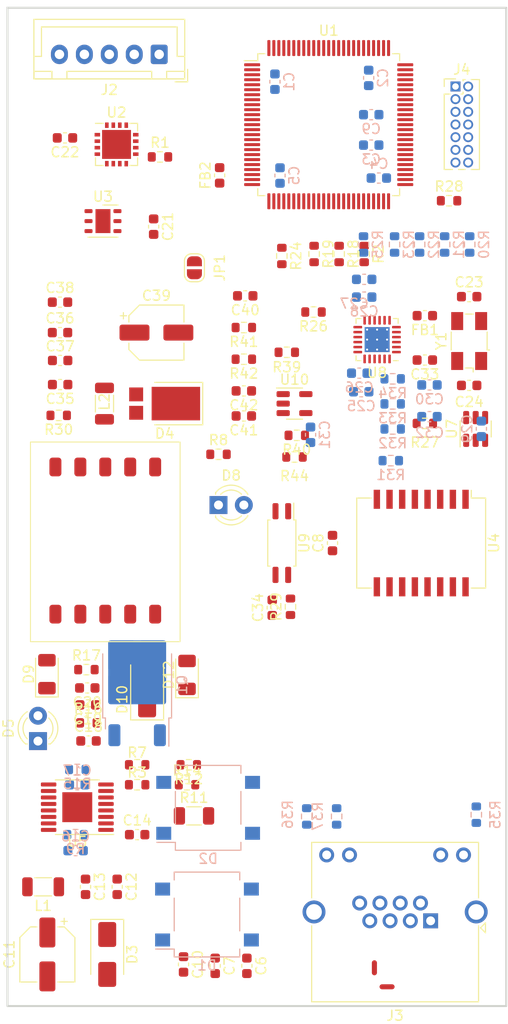
<source format=kicad_pcb>
(kicad_pcb (version 20221018) (generator pcbnew)
  (title_block (title "Open Wheather Station Board") (date "2024-01-02") (rev "0.1") (company "Vital Septfonds"))
  (layers (0 "F.Cu" signal) (31 "B.Cu" signal) (34 "B.Paste" user) (35 "F.Paste" user) (36 "B.SilkS" user "B.Silkscreen") (37 "F.SilkS" user "F.Silkscreen") (38 "B.Mask" user) (39 "F.Mask" user) (44 "Edge.Cuts" user))
  (net 0 "")
  (net 1 "/PoE/VIN")
  (net 2 "/PoE/VSS")
  (net 3 "GNDPWR")
  (net 4 "GND")
  (net 5 "Net-(D12-A)")
  (net 6 "Net-(U5-SS)")
  (net 7 "GNDA")
  (net 8 "Net-(U5-CS)")
  (net 9 "Net-(D5-K)")
  (net 10 "Net-(D9-K)")
  (net 11 "+3V3")
  (net 12 "Net-(U8-XTAL1{slash}CLKIN)")
  (net 13 "Net-(U8-XTAL2)")
  (net 14 "/Ethernet/ETH_DATA.CT")
  (net 15 "Net-(U8-VDDCR)")
  (net 16 "Net-(C34-Pad1)")
  (net 17 "Net-(C35-Pad1)")
  (net 18 "Net-(D9-A)")
  (net 19 "Net-(D8-K)")
  (net 20 "Net-(JP1-A)")
  (net 21 "Net-(C40-Pad2)")
  (net 22 "Net-(U10-REF)")
  (net 23 "Net-(U10-K)")
  (net 24 "Net-(C42-Pad1)")
  (net 25 "Net-(D1-Pad3)")
  (net 26 "Net-(D1-Pad4)")
  (net 27 "Net-(D2-Pad3)")
  (net 28 "Net-(D2-Pad4)")
  (net 29 "Net-(D5-A)")
  (net 30 "Net-(D8-A)")
  (net 33 "/Connectors/SWD.SWDIO")
  (net 34 "/Connectors/SWD.SWCLK")
  (net 35 "/Connectors/SWD.SWO")
  (net 38 "Net-(J4-Pin_11)")
  (net 39 "/Connectors/NRST")
  (net 40 "/Connectors/VCP.RX")
  (net 41 "/Connectors/VCP.TX")
  (net 42 "+3.3V")
  (net 43 "/Connectors/ETH_PORT4")
  (net 44 "/Connectors/ETH_PORT5")
  (net 45 "/Connectors/ETH_PORT7")
  (net 46 "/Connectors/ETH_PORT8")
  (net 47 "Net-(U2-SS_B)")
  (net 48 "/Ethernet/ETH.RXD0")
  (net 49 "Net-(U8-RXD0{slash}MODE0)")
  (net 50 "Net-(U5-DCCL)")
  (net 51 "Net-(U5-RT)")
  (net 52 "Net-(Q1-S)")
  (net 53 "Net-(D4-A)")
  (net 54 "Net-(U5-GD)")
  (net 55 "Net-(D4-K)")
  (net 56 "Net-(D10-A1)")
  (net 57 "Net-(R17-Pad2)")
  (net 58 "/Ethernet/ETH.RXD1")
  (net 59 "Net-(U8-RXD1{slash}MODE1)")
  (net 60 "/Ethernet/ETH.CRC_DV")
  (net 61 "Net-(U8-CRS_DV{slash}MODE2)")
  (net 62 "/Ethernet/ETH.MDIO")
  (net 63 "/Ethernet/ETH.REF_CLK")
  (net 64 "Net-(U8-~{INT}{slash}REFCLKO)")
  (net 65 "Net-(U8-RXER{slash}PHYAD0)")
  (net 66 "Net-(U8-RBIAS)")
  (net 67 "Net-(U5-COMP)")
  (net 68 "Net-(D10-A2)")
  (net 69 "/Ethernet/ETH_DATA.RD-")
  (net 70 "/Ethernet/ETH_DATA.RD+")
  (net 71 "/Ethernet/ETH_DATA.TD-")
  (net 72 "/Ethernet/ETH_DATA.TD+")
  (net 73 "Net-(J3-Pad9)")
  (net 74 "Net-(J3-Pad11)")
  (net 75 "/Connectors/ETH_STATUS.LED_GREEN")
  (net 76 "Net-(R42-Pad1)")
  (net 82 "+3.3VA")
  (net 89 "/Ethernet/ETH.MDC")
  (net 92 "/Connectors/ETH_PORT1")
  (net 94 "/Connectors/ETH_PORT2")
  (net 95 "/Connectors/ETH_PORT3")
  (net 114 "/Ethernet/ETH.TX_EN")
  (net 115 "/Ethernet/ETH.TXD0")
  (net 116 "/Ethernet/ETH.TXD1")
  (net 149 "/Connectors/I2C.SCL")
  (net 150 "/Connectors/I2C.SDA")
  (net 156 "/Connectors/ETH_STATUS.LED_YELLOW")
  (net 157 "/Connectors/ETH_PORT6")
  (net 158 "Net-(Q1-G)")
  (net 159 "Net-(U5-RCLASS)")
  (footprint "Inductor_SMD:L_1206_3216Metric" (layer "F.Cu") (at 79.575 177.225)
    (fp_text reference "L1" (at -0.005 1.905) (layer "F.SilkS"))
    (fp_text value "L")
    (pad "1" smd roundrect (at -1.575 0) (size 1.05 1.9) (layers "F.Cu" "F.Paste" "F.Mask") (roundrect_rratio 0.238095) (net 1 "/PoE/VIN"))
    (pad "2" smd roundrect (at 1.575 0) (size 1.05 1.9) (layers "F.Cu" "F.Paste" "F.Mask") (roundrect_rratio 0.238095) (net 5 "Net-(D12-A)"))
  )
  (footprint "Capacitor_SMD:C_0603_1608Metric" (layer "F.Cu") (at 93.65 185 -90)
    (fp_text reference "C10" (at 0 -1.43 90) (layer "F.SilkS"))
    (fp_text value "100nF")
    (pad "1" smd roundrect (at -0.775 0 270) (size 0.9 0.95) (layers "F.Cu" "F.Paste" "F.Mask") (net 1 "/PoE/VIN"))
    (pad "2" smd roundrect (at 0.775 0 270) (size 0.9 0.95) (layers "F.Cu" "F.Paste" "F.Mask") (net 2 "/PoE/VSS"))
  )
  (footprint "Package_QFP:LQFP-100_14x14mm_P0.5mm" (layer "F.Cu") (at 108.204 100.88)
    (fp_text reference "U1" (at 0 -9.42) (layer "F.SilkS"))
    (fp_text value "STM32F107VCTx")
    (pad "1" smd roundrect (at -7.675 -6) (size 1.6 0.3) (layers "F.Cu" "F.Paste" "F.Mask"))
    (pad "2" smd roundrect (at -7.675 -5.5) (size 1.6 0.3) (layers "F.Cu" "F.Paste" "F.Mask"))
    (pad "3" smd roundrect (at -7.675 -5) (size 1.6 0.3) (layers "F.Cu" "F.Paste" "F.Mask"))
    (pad "4" smd roundrect (at -7.675 -4.5) (size 1.6 0.3) (layers "F.Cu" "F.Paste" "F.Mask"))
    (pad "5" smd roundrect (at -7.675 -4) (size 1.6 0.3) (layers "F.Cu" "F.Paste" "F.Mask"))
    (pad "6" smd roundrect (at -7.675 -3.5) (size 1.6 0.3) (layers "F.Cu" "F.Paste" "F.Mask") (net 11 "+3V3"))
    (pad "7" smd roundrect (at -7.675 -3) (size 1.6 0.3) (layers "F.Cu" "F.Paste" "F.Mask"))
    (pad "8" smd roundrect (at -7.675 -2.5) (size 1.6 0.3) (layers "F.Cu" "F.Paste" "F.Mask"))
    (pad "9" smd roundrect (at -7.675 -2) (size 1.6 0.3) (layers "F.Cu" "F.Paste" "F.Mask"))
    (pad "10" smd roundrect (at -7.675 -1.5) (size 1.6 0.3) (layers "F.Cu" "F.Paste" "F.Mask") (net 4 "GND"))
    (pad "11" smd roundrect (at -7.675 -1) (size 1.6 0.3) (layers "F.Cu" "F.Paste" "F.Mask") (net 11 "+3V3"))
    (pad "12" smd roundrect (at -7.675 -0.5) (size 1.6 0.3) (layers "F.Cu" "F.Paste" "F.Mask"))
    (pad "13" smd roundrect (at -7.675 0) (size 1.6 0.3) (layers "F.Cu" "F.Paste" "F.Mask"))
    (pad "14" smd roundrect (at -7.675 0.5) (size 1.6 0.3) (layers "F.Cu" "F.Paste" "F.Mask") (net 39 "/Connectors/NRST"))
    (pad "15" smd roundrect (at -7.675 1) (size 1.6 0.3) (layers "F.Cu" "F.Paste" "F.Mask"))
    (pad "16" smd roundrect (at -7.675 1.5) (size 1.6 0.3) (layers "F.Cu" "F.Paste" "F.Mask") (net 89 "/Ethernet/ETH.MDC"))
    (pad "17" smd roundrect (at -7.675 2) (size 1.6 0.3) (layers "F.Cu" "F.Paste" "F.Mask"))
    (pad "18" smd roundrect (at -7.675 2.5) (size 1.6 0.3) (layers "F.Cu" "F.Paste" "F.Mask"))
    (pad "19" smd roundrect (at -7.675 3) (size 1.6 0.3) (layers "F.Cu" "F.Paste" "F.Mask") (net 4 "GND"))
    (pad "20" smd roundrect (at -7.675 3.5) (size 1.6 0.3) (layers "F.Cu" "F.Paste" "F.Mask"))
    (pad "21" smd roundrect (at -7.675 4) (size 1.6 0.3) (layers "F.Cu" "F.Paste" "F.Mask") (net 82 "+3.3VA"))
    (pad "22" smd roundrect (at -7.675 4.5) (size 1.6 0.3) (layers "F.Cu" "F.Paste" "F.Mask") (net 82 "+3.3VA"))
    (pad "23" smd roundrect (at -7.675 5) (size 1.6 0.3) (layers "F.Cu" "F.Paste" "F.Mask"))
    (pad "24" smd roundrect (at -7.675 5.5) (size 1.6 0.3) (layers "F.Cu" "F.Paste" "F.Mask") (net 63 "/Ethernet/ETH.REF_CLK"))
    (pad "25" smd roundrect (at -7.675 6) (size 1.6 0.3) (layers "F.Cu" "F.Paste" "F.Mask") (net 62 "/Ethernet/ETH.MDIO"))
    (pad "26" smd roundrect (at -6 7.675) (size 0.3 1.6) (layers "F.Cu" "F.Paste" "F.Mask"))
    (pad "27" smd roundrect (at -5.5 7.675) (size 0.3 1.6) (layers "F.Cu" "F.Paste" "F.Mask") (net 4 "GND"))
    (pad "28" smd roundrect (at -5 7.675) (size 0.3 1.6) (layers "F.Cu" "F.Paste" "F.Mask") (net 11 "+3V3"))
    (pad "29" smd roundrect (at -4.5 7.675) (size 0.3 1.6) (layers "F.Cu" "F.Paste" "F.Mask"))
    (pad "30" smd roundrect (at -4 7.675) (size 0.3 1.6) (layers "F.Cu" "F.Paste" "F.Mask"))
    (pad "31" smd roundrect (at -3.5 7.675) (size 0.3 1.6) (layers "F.Cu" "F.Paste" "F.Mask"))
    (pad "32" smd roundrect (at -3 7.675) (size 0.3 1.6) (layers "F.Cu" "F.Paste" "F.Mask") (net 60 "/Ethernet/ETH.CRC_DV"))
    (pad "33" smd roundrect (at -2.5 7.675) (size 0.3 1.6) (layers "F.Cu" "F.Paste" "F.Mask") (net 48 "/Ethernet/ETH.RXD0"))
    (pad "34" smd roundrect (at -2 7.675) (size 0.3 1.6) (layers "F.Cu" "F.Paste" "F.Mask") (net 58 "/Ethernet/ETH.RXD1"))
    (pad "35" smd roundrect (at -1.5 7.675) (size 0.3 1.6) (layers "F.Cu" "F.Paste" "F.Mask"))
    (pad "36" smd roundrect (at -1 7.675) (size 0.3 1.6) (layers "F.Cu" "F.Paste" "F.Mask"))
    (pad "37" smd roundrect (at -0.5 7.675) (size 0.3 1.6) (layers "F.Cu" "F.Paste" "F.Mask"))
    (pad "38" smd roundrect (at 0 7.675) (size 0.3 1.6) (layers "F.Cu" "F.Paste" "F.Mask"))
    (pad "39" smd roundrect (at 0.5 7.675) (size 0.3 1.6) (layers "F.Cu" "F.Paste" "F.Mask"))
    (pad "40" smd roundrect (at 1 7.675) (size 0.3 1.6) (layers "F.Cu" "F.Paste" "F.Mask"))
    (pad "41" smd roundrect (at 1.5 7.675) (size 0.3 1.6) (layers "F.Cu" "F.Paste" "F.Mask"))
    (pad "42" smd roundrect (at 2 7.675) (size 0.3 1.6) (layers "F.Cu" "F.Paste" "F.Mask"))
    (pad "43" smd roundrect (at 2.5 7.675) (size 0.3 1.6) (layers "F.Cu" "F.Paste" "F.Mask"))
    (pad "44" smd roundrect (at 3 7.675) (size 0.3 1.6) (layers "F.Cu" "F.Paste" "F.Mask"))
    (pad "45" smd roundrect (at 3.5 7.675) (size 0.3 1.6) (layers "F.Cu" "F.Paste" "F.Mask"))
    (pad "46" smd roundrect (at 4 7.675) (size 0.3 1.6) (layers "F.Cu" "F.Paste" "F.Mask"))
    (pad "47" smd roundrect (at 4.5 7.675) (size 0.3 1.6) (layers "F.Cu" "F.Paste" "F.Mask"))
    (pad "48" smd roundrect (at 5 7.675) (size 0.3 1.6) (layers "F.Cu" "F.Paste" "F.Mask") (net 114 "/Ethernet/ETH.TX_EN"))
    (pad "49" smd roundrect (at 5.5 7.675) (size 0.3 1.6) (layers "F.Cu" "F.Paste" "F.Mask") (net 4 "GND"))
    (pad "50" smd roundrect (at 6 7.675) (size 0.3 1.6) (layers "F.Cu" "F.Paste" "F.Mask") (net 11 "+3V3"))
    (pad "51" smd roundrect (at 7.675 6) (size 1.6 0.3) (layers "F.Cu" "F.Paste" "F.Mask") (net 115 "/Ethernet/ETH.TXD0"))
    (pad "52" smd roundrect (at 7.675 5.5) (size 1.6 0.3) (layers "F.Cu" "F.Paste" "F.Mask") (net 116 "/Ethernet/ETH.TXD1"))
    (pad "53" smd roundrect (at 7.675 5) (size 1.6 0.3) (layers "F.Cu" "F.Paste" "F.Mask"))
    (pad "54" smd roundrect (at 7.675 4.5) (size 1.6 0.3) (layers "F.Cu" "F.Paste" "F.Mask"))
    (pad "55" smd roundrect (at 7.675 4) (size 1.6 0.3) (layers "F.Cu" "F.Paste" "F.Mask"))
    (pad "56" smd roundrect (at 7.675 3.5) (size 1.6 0.3) (layers "F.Cu" "F.Paste" "F.Mask"))
    (pad "57" smd roundrect (at 7.675 3) (size 1.6 0.3) (layers "F.Cu" "F.Paste" "F.Mask"))
    (pad "58" smd roundrect (at 7.675 2.5) (size 1.6 0.3) (layers "F.Cu" "F.Paste" "F.Mask"))
    (pad "59" smd roundrect (at 7.675 2) (size 1.6 0.3) (layers "F.Cu" "F.Paste" "F.Mask"))
    (pad "60" smd roundrect (at 7.675 1.5) (size 1.6 0.3) (layers "F.Cu" "F.Paste" "F.Mask"))
    (pad "61" smd roundrect (at 7.675 1) (size 1.6 0.3) (layers "F.Cu" "F.Paste" "F.Mask"))
    (pad "62" smd roundrect (at 7.675 0.5) (size 1.6 0.3) (layers "F.Cu" "F.Paste" "F.Mask"))
    (pad "63" smd roundrect (at 7.675 0) (size 1.6 0.3) (layers "F.Cu" "F.Paste" "F.Mask"))
    (pad "64" smd roundrect (at 7.675 -0.5) (size 1.6 0.3) (layers "F.Cu" "F.Paste" "F.Mask"))
    (pad "65" smd roundrect (at 7.675 -1) (size 1.6 0.3) (layers "F.Cu" "F.Paste" "F.Mask"))
    (pad "66" smd roundrect (at 7.675 -1.5) (size 1.6 0.3) (layers "F.Cu" "F.Paste" "F.Mask"))
    (pad "67" smd roundrect (at 7.675 -2) (size 1.6 0.3) (layers "F.Cu" "F.Paste" "F.Mask"))
    (pad "68" smd roundrect (at 7.675 -2.5) (size 1.6 0.3) (layers "F.Cu" "F.Paste" "F.Mask") (net 41 "/Connectors/VCP.TX"))
    (pad "69" smd roundrect (at 7.675 -3) (size 1.6 0.3) (layers "F.Cu" "F.Paste" "F.Mask") (net 40 "/Connectors/VCP.RX"))
    (pad "70" smd roundrect (at 7.675 -3.5) (size 1.6 0.3) (layers "F.Cu" "F.Paste" "F.Mask"))
    (pad "71" smd roundrect (at 7.675 -4) (size 1.6 0.3) (layers "F.Cu" "F.Paste" "F.Mask"))
    (pad "72" smd roundrect (at 7.675 -4.5) (size 1.6 0.3) (layers "F.Cu" "F.Paste" "F.Mask") (net 33 "/Connectors/SWD.SWDIO"))
    (pad "73" smd roundrect (at 7.675 -5) (size 1.6 0.3) (layers "F.Cu" "F.Paste" "F.Mask"))
    (pad "74" smd roundrect (at 7.675 -5.5) (size 1.6 0.3) (layers "F.Cu" "F.Paste" "F.Mask") (net 4 "GND"))
    (pad "75" smd roundrect (at 7.675 -6) (size 1.6 0.3) (layers "F.Cu" "F.Paste" "F.Mask") (net 11 "+3V3"))
    (pad "76" smd roundrect (at 6 -7.675) (size 0.3 1.6) (layers "F.Cu" "F.Paste" "F.Mask") (net 34 "/Connectors/SWD.SWCLK"))
    (pad "77" smd roundrect (at 5.5 -7.675) (size 0.3 1.6) (layers "F.Cu" "F.Paste" "F.Mask"))
    (pad "78" smd roundrect (at 5 -7.675) (size 0.3 1.6) (layers "F.Cu" "F.Paste" "F.Mask"))
    (pad "79" smd roundrect (at 4.5 -7.675) (size 0.3 1.6) (layers "F.Cu" "F.Paste" "F.Mask"))
    (pad "80" smd roundrect (at 4 -7.675) (size 0.3 1.6) (layers "F.Cu" "F.Paste" "F.Mask"))
    (pad "81" smd roundrect (at 3.5 -7.675) (size 0.3 1.6) (layers "F.Cu" "F.Paste" "F.Mask"))
    (pad "82" smd roundrect (at 3 -7.675) (size 0.3 1.6) (layers "F.Cu" "F.Paste" "F.Mask"))
    (pad "83" smd roundrect (at 2.5 -7.675) (size 0.3 1.6) (layers "F.Cu" "F.Paste" "F.Mask"))
    (pad "84" smd roundrect (at 2 -7.675) (size 0.3 1.6) (layers "F.Cu" "F.Paste" "F.Mask"))
    (pad "85" smd roundrect (at 1.5 -7.675) (size 0.3 1.6) (layers "F.Cu" "F.Paste" "F.Mask"))
    (pad "86" smd roundrect (at 1 -7.675) (size 0.3 1.6) (layers "F.Cu" "F.Paste" "F.Mask"))
    (pad "87" smd roundrect (at 0.5 -7.675) (size 0.3 1.6) (layers "F.Cu" "F.Paste" "F.Mask"))
    (pad "88" smd roundrect (at 0 -7.675) (size 0.3 1.6) (layers "F.Cu" "F.Paste" "F.Mask"))
    (pad "89" smd roundrect (at -0.5 -7.675) (size 0.3 1.6) (layers "F.Cu" "F.Paste" "F.Mask") (net 35 "/Connectors/SWD.SWO"))
    (pad "90" smd roundrect (at -1 -7.675) (size 0.3 1.6) (layers "F.Cu" "F.Paste" "F.Mask"))
    (pad "91" smd roundrect (at -1.5 -7.675) (size 0.3 1.6) (layers "F.Cu" "F.Paste" "F.Mask"))
    (pad "92" smd roundrect (at -2 -7.675) (size 0.3 1.6) (layers "F.Cu" "F.Paste" "F.Mask") (net 149 "/Connectors/I2C.SCL"))
    (pad "93" smd roundrect (at -2.5 -7.675) (size 0.3 1.6) (layers "F.Cu" "F.Paste" "F.Mask") (net 150 "/Connectors/I2C.SDA"))
    (pad "94" smd roundrect (at -3 -7.675) (size 0.3 1.6) (layers "F.Cu" "F.Paste" "F.Mask"))
    (pad "95" smd roundrect (at -3.5 -7.675) (size 0.3 1.6) (layers "F.Cu" "F.Paste" "F.Mask"))
    (pad "96" smd roundrect (at -4 -7.675) (size 0.3 1.6) (layers "F.Cu" "F.Paste" "F.Mask"))
    (pad "97" smd roundrect (at -4.5 -7.675) (size 0.3 1.6) (layers "F.Cu" "F.Paste" "F.Mask"))
    (pad "98" smd roundrect (at -5 -7.675) (size 0.3 1.6) (layers "F.Cu" "F.Paste" "F.Mask"))
    (pad "99" smd roundrect (at -5.5 -7.675) (size 0.3 1.6) (layers "F.Cu" "F.Paste" "F.Mask") (net 4 "GND"))
    (pad "100" smd roundrect (at -6 -7.675) (size 0.3 1.6) (layers "F.Cu" "F.Paste" "F.Mask") (net 11 "+3V3"))
  )
  (footprint "Connector_RJ:RJ45_Amphenol_RJHSE538X" (layer "F.Cu") (at 118.42 180.632 180)
    (fp_text reference "J3" (at 3.56 -9.5) (layer "F.SilkS"))
    (fp_text value "RJ45_LED_Shielded")
    (pad "" np_thru_hole circle (at -2.79 -2.54 180) (size 3.25 3.25) (drill 3.25) (layers "*.Cu" "*.Mask"))
    (pad "" np_thru_hole circle (at 9.91 -2.54 180) (size 3.25 3.25) (drill 3.25) (layers "*.Cu" "*.Mask"))
    (pad "1" thru_hole rect (at 0 0 180) (size 1.5 1.5) (drill 0.89) (layers "*.Cu" "*.Mask") (net 92 "/Connectors/ETH_PORT1"))
    (pad "2" thru_hole circle (at 1.016 1.78 180) (size 1.5 1.5) (drill 0.89) (layers "*.Cu" "*.Mask") (net 94 "/Connectors/ETH_PORT2"))
    (pad "3" thru_hole circle (at 2.032 0 180) (size 1.5 1.5) (drill 0.89) (layers "*.Cu" "*.Mask") (net 95 "/Connectors/ETH_PORT3"))
    (pad "4" thru_hole circle (at 3.048 1.78 180) (size 1.5 1.5) (drill 0.89) (layers "*.Cu" "*.Mask") (net 43 "/Connectors/ETH_PORT4"))
    (pad "5" thru_hole circle (at 4.064 0 180) (size 1.5 1.5) (drill 0.89) (layers "*.Cu" "*.Mask") (net 44 "/Connectors/ETH_PORT5"))
    (pad "6" thru_hole circle (at 5.08 1.78 180) (size 1.5 1.5) (drill 0.89) (layers "*.Cu" "*.Mask") (net 157 "/Connectors/ETH_PORT6"))
    (pad "7" thru_hole circle (at 6.096 0 180) (size 1.5 1.5) (drill 0.89) (layers "*.Cu" "*.Mask") (net 45 "/Connectors/ETH_PORT7"))
    (pad "8" thru_hole circle (at 7.112 1.78 180) (size 1.5 1.5) (drill 0.89) (layers "*.Cu" "*.Mask") (net 46 "/Connectors/ETH_PORT8"))
    (pad "9" thru_hole circle (at -3.3 6.6 180) (size 1.5 1.5) (drill 0.89) (layers "*.Cu" "*.Mask") (net 73 "Net-(J3-Pad9)"))
    (pad "10" thru_hole circle (at -1.01 6.6 180) (size 1.5 1.5) (drill 0.89) (layers "*.Cu" "*.Mask") (net 156 "/Connectors/ETH_STATUS.LED_YELLOW"))
    (pad "11" thru_hole circle (at 8.13 6.6 180) (size 1.5 1.5) (drill 0.89) (layers "*.Cu" "*.Mask") (net 74 "Net-(J3-Pad11)"))
    (pad "12" thru_hole circle (at 10.42 6.6 180) (size 1.5 1.5) (drill 0.89) (layers "*.Cu" "*.Mask") (net 75 "/Connectors/ETH_STATUS.LED_GREEN"))
    (pad "SH" thru_hole circle (at -4.57 0.89 180) (size 2.3 2.3) (drill 1.57) (layers "*.Cu" "*.Mask") (net 4 "GND"))
    (pad "SH" thru_hole circle (at 11.69 0.89 180) (size 2.3 2.3) (drill 1.57) (layers "*.Cu" "*.Mask") (net 4 "GND"))
  )
  (footprint "Resistor_SMD:R_0603_1608Metric" (layer "F.Cu") (at 109.25 113.834 -90)
    (fp_text reference "R18" (at 0 -1.43 90) (layer "F.SilkS"))
    (fp_text value "33R")
    (pad "1" smd roundrect (at -0.825 0 270) (size 0.8 0.95) (layers "F.Cu" "F.Paste" "F.Mask") (net 58 "/Ethernet/ETH.RXD1"))
    (pad "2" smd roundrect (at 0.825 0 270) (size 0.8 0.95) (layers "F.Cu" "F.Paste" "F.Mask") (net 59 "Net-(U8-RXD1{slash}MODE1)"))
  )
  (footprint "Resistor_SMD:R_0603_1608Metric" (layer "F.Cu") (at 99.695 124.375 180)
    (fp_text reference "R42" (at 0 -1.43) (layer "F.SilkS"))
    (fp_text value "390R")
    (pad "1" smd roundrect (at -0.825 0 180) (size 0.8 0.95) (layers "F.Cu" "F.Paste" "F.Mask") (net 76 "Net-(R42-Pad1)"))
    (pad "2" smd roundrect (at 0.825 0 180) (size 0.8 0.95) (layers "F.Cu" "F.Paste" "F.Mask") (net 23 "Net-(U10-K)"))
  )
  (footprint "Package_SO:HTSSOP-16-1EP_4.4x5mm_P0.65mm_EP3x3mm" (layer "F.Cu") (at 83 169.25 180)
    (fp_text reference "U5" (at 0 -3.45) (layer "F.SilkS"))
    (fp_text value "PM8800A")
    (pad "1" smd roundrect (at -2.875 -2.275 180) (size 1.55 0.4) (layers "F.Cu" "F.Paste" "F.Mask") (net 51 "Net-(U5-RT)"))
    (pad "2" smd roundrect (at -2.875 -1.625 180) (size 1.55 0.4) (layers "F.Cu" "F.Paste" "F.Mask") (net 6 "Net-(U5-SS)"))
    (pad "3" smd roundrect (at -2.875 -0.975 180) (size 1.55 0.4) (layers "F.Cu" "F.Paste" "F.Mask"))
    (pad "4" smd roundrect (at -2.875 -0.325 180) (size 1.55 0.4) (layers "F.Cu" "F.Paste" "F.Mask") (net 1 "/PoE/VIN"))
    (pad "5" smd roundrect (at -2.875 0.325 180) (size 1.55 0.4) (layers "F.Cu" "F.Paste" "F.Mask") (net 159 "Net-(U5-RCLASS)"))
    (pad "6" smd roundrect (at -2.875 0.975 180) (size 1.55 0.4) (layers "F.Cu" "F.Paste" "F.Mask"))
    (pad "7" smd roundrect (at -2.875 1.625 180) (size 1.55 0.4) (layers "F.Cu" "F.Paste" "F.Mask") (net 50 "Net-(U5-DCCL)"))
    (pad "8" smd roundrect (at -2.875 2.275 180) (size 1.55 0.4) (layers "F.Cu" "F.Paste" "F.Mask") (net 2 "/PoE/VSS"))
    (pad "9" smd roundrect (at 2.875 2.275 180) (size 1.55 0.4) (layers "F.Cu" "F.Paste" "F.Mask") (net 3 "GNDPWR"))
    (pad "10" smd roundrect (at 2.875 1.625 180) (size 1.55 0.4) (layers "F.Cu" "F.Paste" "F.Mask") (net 54 "Net-(U5-GD)"))
    (pad "11" smd roundrect (at 2.875 0.975 180) (size 1.55 0.4) (layers "F.Cu" "F.Paste" "F.Mask") (net 10 "Net-(D9-K)"))
    (pad "12" smd roundrect (at 2.875 0.325 180) (size 1.55 0.4) (layers "F.Cu" "F.Paste" "F.Mask") (net 9 "Net-(D5-K)"))
    (pad "13" smd roundrect (at 2.875 -0.325 180) (size 1.55 0.4) (layers "F.Cu" "F.Paste" "F.Mask") (net 8 "Net-(U5-CS)"))
    (pad "14" smd roundrect (at 2.875 -0.975 180) (size 1.55 0.4) (layers "F.Cu" "F.Paste" "F.Mask") (net 67 "Net-(U5-COMP)"))
    (pad "15" smd roundrect (at 2.875 -1.625 180) (size 1.55 0.4) (layers "F.Cu" "F.Paste" "F.Mask") (net 7 "GNDA"))
    (pad "16" smd roundrect (at 2.875 -2.275 180) (size 1.55 0.4) (layers "F.Cu" "F.Paste" "F.Mask") (net 7 "GNDA"))
    (pad "17" smd rect (at 0 0 180) (size 3 3) (layers "F.Cu" "F.Mask"))
  )
  (footprint "Capacitor_SMD:C_0603_1608Metric" (layer "F.Cu") (at 81.267 121.708)
    (fp_text reference "C36" (at 0 -1.43) (layer "F.SilkS"))
    (fp_text value "22uF")
    (pad "1" smd roundrect (at -0.775 0) (size 0.9 0.95) (layers "F.Cu" "F.Paste" "F.Mask") (net 19 "Net-(D8-K)"))
    (pad "2" smd roundrect (at 0.775 0) (size 0.9 0.95) (layers "F.Cu" "F.Paste" "F.Mask") (net 55 "Net-(D4-K)"))
  )
  (footprint "Resistor_SMD:R_0603_1608Metric" (layer "F.Cu") (at 120.269 108.5)
    (fp_text reference "R28" (at 0 -1.43) (layer "F.SilkS"))
    (fp_text value "100R")
    (pad "1" smd roundrect (at -0.825 0) (size 0.8 0.95) (layers "F.Cu" "F.Paste" "F.Mask") (net 4 "GND"))
    (pad "2" smd roundrect (at 0.825 0) (size 0.8 0.95) (layers "F.Cu" "F.Paste" "F.Mask") (net 38 "Net-(J4-Pin_11)"))
  )
  (footprint "Capacitor_SMD:C_0603_1608Metric" (layer "F.Cu") (at 81.28 124.502)
    (fp_text reference "C37" (at 0 -1.43) (layer "F.SilkS"))
    (fp_text value "22uF")
    (pad "1" smd roundrect (at -0.775 0) (size 0.9 0.95) (layers "F.Cu" "F.Paste" "F.Mask") (net 19 "Net-(D8-K)"))
    (pad "2" smd roundrect (at 0.775 0) (size 0.9 0.95) (layers "F.Cu" "F.Paste" "F.Mask") (net 55 "Net-(D4-K)"))
  )
  (footprint "LED_THT:LED_D3.0mm" (layer "F.Cu") (at 97.155 138.98)
    (fp_text reference "D8" (at 1.27 -2.96) (layer "F.SilkS"))
    (fp_text value "LED")
    (pad "1" thru_hole rect (at 0 0) (size 1.8 1.8) (drill 0.9) (layers "*.Cu" "*.Mask") (net 19 "Net-(D8-K)"))
    (pad "2" thru_hole circle (at 2.54 0) (size 1.8 1.8) (drill 0.9) (layers "*.Cu" "*.Mask") (net 30 "Net-(D8-A)"))
  )
  (footprint "Capacitor_SMD:C_0603_1608Metric" (layer "F.Cu") (at 99.695 127.55 180)
    (fp_text reference "C42" (at 0 -1.43) (layer "F.SilkS"))
    (fp_text value "22nF")
    (pad "1" smd roundrect (at -0.775 0 180) (size 0.9 0.95) (layers "F.Cu" "F.Paste" "F.Mask") (net 24 "Net-(C42-Pad1)"))
    (pad "2" smd roundrect (at 0.775 0 180) (size 0.9 0.95) (layers "F.Cu" "F.Paste" "F.Mask") (net 23 "Net-(U10-K)"))
  )
  (footprint "Resistor_SMD:R_0603_1608Metric" (layer "F.Cu") (at 104 123.68)
    (fp_text reference "R39" (at 0 1.49) (layer "F.SilkS"))
    (fp_text value "21k")
    (pad "1" smd roundrect (at -0.825 0) (size 0.8 0.95) (layers "F.Cu" "F.Paste" "F.Mask") (net 20 "Net-(JP1-A)"))
    (pad "2" smd roundrect (at 0.825 0) (size 0.8 0.95) (layers "F.Cu" "F.Paste" "F.Mask") (net 22 "Net-(U10-REF)"))
  )
  (footprint "Capacitor_SMD:C_0603_1608Metric" (layer "F.Cu") (at 102.540971 149.264553 90)
    (fp_text reference "C34" (at 0 -1.43 90) (layer "F.SilkS"))
    (fp_text value "1uF")
    (pad "1" smd roundrect (at -0.775 0 90) (size 0.9 0.95) (layers "F.Cu" "F.Paste" "F.Mask") (net 16 "Net-(C34-Pad1)"))
    (pad "2" smd roundrect (at 0.775 0 90) (size 0.9 0.95) (layers "F.Cu" "F.Paste" "F.Mask") (net 7 "GNDA"))
  )
  (footprint "Resistor_SMD:R_0603_1608Metric" (layer "F.Cu") (at 117.84 130.8075)
    (fp_text reference "R27" (at 0 1.905) (layer "F.SilkS"))
    (fp_text value "12k1")
    (pad "1" smd roundrect (at -0.825 0) (size 0.8 0.95) (layers "F.Cu" "F.Paste" "F.Mask") (net 66 "Net-(U8-RBIAS)"))
    (pad "2" smd roundrect (at 0.825 0) (size 0.8 0.95) (layers "F.Cu" "F.Paste" "F.Mask") (net 4 "GND"))
  )
  (footprint "Library:SM13117EL" (layer "F.Cu") (at 85.805 142.67 90)
    (fp_text reference "U6" hide)
    (fp_text value "POE13P-33L" hide)
    (pad "1" smd roundrect (at -7.24 -5 270) (size 1.88 1.2) (layers "F.Cu" "F.Paste" "F.Mask") (net 57 "Net-(R17-Pad2)"))
    (pad "2" smd roundrect (at -7.24 -2.5 270) (size 1.88 1.2) (layers "F.Cu" "F.Paste" "F.Mask") (net 7 "GNDA"))
    (pad "3" smd roundrect (at -7.24 0 270) (size 1.88 1.2) (layers "F.Cu" "F.Paste" "F.Mask") (net 5 "Net-(D12-A)"))
    (pad "4" smd roundrect (at -7.24 2.5 270) (size 1.88 1.2) (layers "F.Cu" "F.Paste" "F.Mask") (net 68 "Net-(D10-A2)"))
    (pad "5" smd roundrect (at -7.24 5 270) (size 1.88 1.2) (layers "F.Cu" "F.Paste" "F.Mask"))
    (pad "6" smd roundrect (at 7.5 5 270) (size 1.88 1.2) (layers "F.Cu" "F.Paste" "F.Mask"))
    (pad "7" smd roundrect (at 7.5 2.5 270) (size 1.88 1.2) (layers "F.Cu" "F.Paste" "F.Mask") (net 53 "Net-(D4-A)"))
    (pad "8" smd roundrect (at 7.5 0 270) (size 1.88 1.2) (layers "F.Cu" "F.Paste" "F.Mask") (net 53 "Net-(D4-A)"))
    (pad "9" smd roundrect (at 7.5 -2.5 270) (size 1.88 1.2) (layers "F.Cu" "F.Paste" "F.Mask") (net 19 "Net-(D8-K)"))
    (pad "10" smd roundrect (at 7.5 -5 270) (size 1.88 1.2) (layers "F.Cu" "F.Paste" "F.Mask") (net 19 "Net-(D8-K)"))
  )
  (footprint "Capacitor_SMD:C_0603_1608Metric" (layer "F.Cu") (at 99.695 130.06 180)
    (fp_text reference "C41" (at 0 -1.43) (layer "F.SilkS"))
    (fp_text value "1uF")
    (pad "1" smd roundrect (at -0.775 0 180) (size 0.9 0.95) (layers "F.Cu" "F.Paste" "F.Mask") (net 22 "Net-(U10-REF)"))
    (pad "2" smd roundrect (at 0.775 0 180) (size 0.9 0.95) (layers "F.Cu" "F.Paste" "F.Mask") (net 23 "Net-(U10-K)"))
  )
  (footprint "Resistor_SMD:R_0603_1608Metric" (layer "F.Cu") (at 83.913164 155.46734)
    (fp_text reference "R17" (at 0 -1.43) (layer "F.SilkS"))
    (fp_text value "10R")
    (pad "1" smd roundrect (at -0.825 0) (size 0.8 0.95) (layers "F.Cu" "F.Paste" "F.Mask") (net 18 "Net-(D9-A)"))
    (pad "2" smd roundrect (at 0.825 0) (size 0.8 0.95) (layers "F.Cu" "F.Paste" "F.Mask") (net 57 "Net-(R17-Pad2)"))
  )
  (footprint "Capacitor_SMD:C_0603_1608Metric" (layer "F.Cu") (at 81.764 102.205 180)
    (fp_text reference "C22" (at 0 -1.43) (layer "F.SilkS"))
    (fp_text value "100nF")
    (pad "1" smd roundrect (at -0.775 0 180) (size 0.9 0.95) (layers "F.Cu" "F.Paste" "F.Mask") (net 11 "+3V3"))
    (pad "2" smd roundrect (at 0.775 0 180) (size 0.9 0.95) (layers "F.Cu" "F.Paste" "F.Mask") (net 4 "GND"))
  )
  (footprint "Capacitor_SMD:C_0603_1608Metric" (layer "F.Cu") (at 100 185.14 -90)
    (fp_text reference "C6" (at 0 -1.43 90) (layer "F.SilkS"))
    (fp_text value "1nF")
    (pad "1" smd roundrect (at -0.775 0 270) (size 0.9 0.95) (layers "F.Cu" "F.Paste" "F.Mask") (net 1 "/PoE/VIN"))
    (pad "2" smd roundrect (at 0.775 0 270) (size 0.9 0.95) (layers "F.Cu" "F.Paste" "F.Mask") (net 2 "/PoE/VSS"))
  )
  (footprint "Capacitor_SMD:C_0603_1608Metric" (layer "F.Cu") (at 83.825 177.225 -90)
    (fp_text reference "C13" (at 0 -1.43 90) (layer "F.SilkS"))
    (fp_text value "100nF")
    (pad "1" smd roundrect (at -0.775 0 270) (size 0.9 0.95) (layers "F.Cu" "F.Paste" "F.Mask") (net 5 "Net-(D12-A)"))
    (pad "2" smd roundrect (at 0.775 0 270) (size 0.9 0.95) (layers "F.Cu" "F.Paste" "F.Mask") (net 3 "GNDPWR"))
  )
  (footprint "Capacitor_SMD:CP_Elec_5x3" (layer "F.Cu") (at 90.932 121.708)
    (fp_text reference "C39" (at 0 -3.7) (layer "F.SilkS"))
    (fp_text value "330uF")
    (pad "1" smd roundrect (at -2.2 0) (size 3 1.6) (layers "F.Cu" "F.Paste" "F.Mask") (roundrect_rratio 0.15625) (net 20 "Net-(JP1-A)"))
    (pad "2" smd roundrect (at 2.2 0) (size 3 1.6) (layers "F.Cu" "F.Paste" "F.Mask") (roundrect_rratio 0.15625) (net 19 "Net-(D8-K)"))
  )
  (footprint "Resistor_SMD:R_1206_3216Metric" (layer "F.Cu") (at 94.7 170.12)
    (fp_text reference "R11" (at 0 -1.82) (layer "F.SilkS"))
    (fp_text value "0.33R")
    (pad "1" smd roundrect (at -1.4625 0) (size 1.125 1.75) (layers "F.Cu" "F.Paste" "F.Mask") (roundrect_rratio 0.222222) (net 3 "GNDPWR"))
    (pad "2" smd roundrect (at 1.4625 0) (size 1.125 1.75) (layers "F.Cu" "F.Paste" "F.Mask") (roundrect_rratio 0.222222) (net 52 "Net-(Q1-S)"))
  )
  (footprint "Inductor_SMD:L_1206_3216Metric" (layer "F.Cu") (at 85.725 128.82 -90)
    (fp_text reference "L2" (at -0.18 0 90) (layer "F.SilkS"))
    (fp_text value "L")
    (pad "1" smd roundrect (at -1.575 0 270) (size 1.05 1.9) (layers "F.Cu" "F.Paste" "F.Mask") (roundrect_rratio 0.238095) (net 55 "Net-(D4-K)"))
    (pad "2" smd roundrect (at 1.575 0 270) (size 1.05 1.9) (layers "F.Cu" "F.Paste" "F.Mask") (roundrect_rratio 0.238095) (net 20 "Net-(JP1-A)"))
  )
  (footprint "Capacitor_SMD:C_0603_1608Metric" (layer "F.Cu") (at 84.045664 159 180)
    (fp_text reference "C19" (at 0 -1.43) (layer "F.SilkS"))
    (fp_text value "100nF")
    (pad "1" smd roundrect (at -0.775 0 180) (size 0.9 0.95) (layers "F.Cu" "F.Paste" "F.Mask") (net 10 "Net-(D9-K)"))
    (pad "2" smd roundrect (at 0.775 0 180) (size 0.9 0.95) (layers "F.Cu" "F.Paste" "F.Mask") (net 7 "GNDA"))
  )
  (footprint "NetTie:NetTie-2_SMD_Pad0.5mm" (layer "F.Cu") (at 114.054 187.24 180)
    (fp_text reference "NT2" hide)
    (fp_text value "NetTie_2" hide)
    (fp_poly (pts (xy -0.5 -0.25) (xy 0.5 -0.25) (xy 0.5 0.25) (xy -0.5 0.25)) (fill solid) (layer "F.Cu"))
    (pad "1" smd circle (at -0.5 0 180) (size 0.5 0.5) (layers "F.Cu") (net 44 "/Connectors/ETH_PORT5"))
    (pad "2" smd circle (at 0.5 0 180) (size 0.5 0.5) (layers "F.Cu") (net 26 "Net-(D1-Pad4)"))
  )
  (footprint "Diode_SMD:D_SMA" (layer "F.Cu") (at 86 184 -90)
    (fp_text reference "D3" (at 0 -2.5 90) (layer "F.SilkS"))
    (fp_text value "SMAJ58A")
    (pad "1" smd roundrect (at -2 0 270) (size 2.5 1.8) (layers "F.Cu" "F.Paste" "F.Mask") (roundrect_rratio 0.1388888889) (net 1 "/PoE/VIN"))
    (pad "2" smd roundrect (at 2 0 270) (size 2.5 1.8) (layers "F.Cu" "F.Paste" "F.Mask") (roundrect_rratio 0.1388888889) (net 2 "/PoE/VSS"))
  )
  (footprint "Capacitor_SMD:C_0603_1608Metric" (layer "F.Cu") (at 117.84 124.4575 180)
    (fp_text reference "C33" (at 0 -1.43) (layer "F.SilkS"))
    (fp_text value "10uF")
    (pad "1" smd roundrect (at -0.775 0 180) (size 0.9 0.95) (layers "F.Cu" "F.Paste" "F.Mask") (net 14 "/Ethernet/ETH_DATA.CT"))
    (pad "2" smd roundrect (at 0.775 0 180) (size 0.9 0.95) (layers "F.Cu" "F.Paste" "F.Mask") (net 4 "GND"))
  )
  (footprint "Package_DFN_QFN:VQFN-24-1EP_4x4mm_P0.5mm_EP2.5x2.5mm_ThermalVias" (layer "F.Cu") (at 113.055 122.41 180)
    (fp_text reference "U8" (at 0 -3.32) (layer "F.SilkS"))
    (fp_text value "LAN8742A")
    (pad "1" smd roundrect (at -1.9375 -1.25 180) (size 0.875 0.25) (layers "F.Cu" "F.Paste" "F.Mask") (net 14 "/Ethernet/ETH_DATA.CT"))
    (pad "2" smd roundrect (at -1.9375 -0.75 180) (size 0.875 0.25) (layers "F.Cu" "F.Paste" "F.Mask") (net 75 "/Connectors/ETH_STATUS.LED_GREEN"))
    (pad "3" smd roundrect (at -1.9375 -0.25 180) (size 0.875 0.25) (layers "F.Cu" "F.Paste" "F.Mask") (net 156 "/Connectors/ETH_STATUS.LED_YELLOW"))
    (pad "4" smd roundrect (at -1.9375 0.25 180) (size 0.875 0.25) (layers "F.Cu" "F.Paste" "F.Mask") (net 13 "Net-(U8-XTAL2)"))
    (pad "5" smd roundrect (at -1.9375 0.75 180) (size 0.875 0.25) (layers "F.Cu" "F.Paste" "F.Mask") (net 12 "Net-(U8-XTAL1{slash}CLKIN)"))
    (pad "6" smd roundrect (at -1.9375 1.25 180) (size 0.875 0.25) (layers "F.Cu" "F.Paste" "F.Mask") (net 15 "Net-(U8-VDDCR)"))
    (pad "7" smd roundrect (at -1.25 1.9375 180) (size 0.25 0.875) (layers "F.Cu" "F.Paste" "F.Mask") (net 59 "Net-(U8-RXD1{slash}MODE1)"))
    (pad "8" smd roundrect (at -0.75 1.9375 180) (size 0.25 0.875) (layers "F.Cu" "F.Paste" "F.Mask") (net 49 "Net-(U8-RXD0{slash}MODE0)"))
    (pad "9" smd roundrect (at -0.25 1.9375 180) (size 0.25 0.875) (layers "F.Cu" "F.Paste" "F.Mask") (net 11 "+3V3"))
    (pad "10" smd roundrect (at 0.25 1.9375 180) (size 0.25 0.875) (layers "F.Cu" "F.Paste" "F.Mask") (net 65 "Net-(U8-RXER{slash}PHYAD0)"))
    (pad "11" smd roundrect (at 0.75 1.9375 180) (size 0.25 0.875) (layers "F.Cu" "F.Paste" "F.Mask") (net 61 "Net-(U8-CRS_DV{slash}MODE2)"))
    (pad "12" smd roundrect (at 1.25 1.9375 180) (size 0.25 0.875) (layers "F.Cu" "F.Paste" "F.Mask") (net 62 "/Ethernet/ETH.MDIO"))
    (pad "13" smd roundrect (at 1.9375 1.25 180) (size 0.875 0.25) (layers "F.Cu" "F.Paste" "F.Mask") (net 89 "/Ethernet/ETH.MDC"))
    (pad "14" smd roundrect (at 1.9375 0.75 180) (size 0.875 0.25) (layers "F.Cu" "F.Paste" "F.Mask") (net 64 "Net-(U8-~{INT}{slash}REFCLKO)"))
    (pad "15" smd roundrect (at 1.9375 0.25 180) (size 0.875 0.25) (layers "F.Cu" "F.Paste" "F.Mask") (net 39 "/Connectors/NRST"))
    (pad "16" smd roundrect (at 1.9375 -0.25 180) (size 0.875 0.25) (layers "F.Cu" "F.Paste" "F.Mask") (net 114 "/Ethernet/ETH.TX_EN"))
    (pad "17" smd roundrect (at 1.9375 -0.75 180) (size 0.875 0.25) (layers "F.Cu" "F.Paste" "F.Mask") (net 115 "/Ethernet/ETH.TXD0"))
    (pad "18" smd roundrect (at 1.9375 -1.25 180) (size 0.875 0.25) (layers "F.Cu" "F.Paste" "F.Mask") (net 116 "/Ethernet/ETH.TXD1"))
    (pad "19" smd roundrect (at 1.25 -1.9375 180) (size 0.25 0.875) (layers "F.Cu" "F.Paste" "F.Mask") (net 14 "/Ethernet/ETH_DATA.CT"))
    (pad "20" smd roundrect (at 0.75 -1.9375 180) (size 0.25 0.875) (layers "F.Cu" "F.Paste" "F.Mask") (net 71 "/Ethernet/ETH_DATA.TD-"))
    (pad "21" smd roundrect (at 0.25 -1.9375 180) (size 0.25 0.875) (layers "F.Cu" "F.Paste" "F.Mask") (net 72 "/Ethernet/ETH_DATA.TD+"))
    (pad "22" smd roundrect (at -0.25 -1.9375 180) (size 0.25 0.875) (layers "F.Cu" "F.Paste" "F.Mask") (net 69 "/Ethernet/ETH_DATA.RD-"))
    (pad "23" smd roundrect (at -0.75 -1.9375 180) (size 0.25 0.875) (layers "F.Cu" "F.Paste" "F.Mask") (net 70 "/Ethernet/ETH_DATA.RD+"))
    (pad "24" smd roundrect (at -1.25 -1.9375 180) (size 0.25 0.875) (layers "F.Cu" "F.Paste" "F.Mask") (net 66 "Net-(U8-RBIAS)"))
    (pad "25" thru_hole circle (at -1 -1 180) (size 0.5 0.5) (drill 0.2) (layers "*.Cu") (net 4 "GND"))
    (pad "25" thru_hole circle (at -1 0 180) (size 0.5 0.5) (drill 0.2) (layers "*.Cu") (net 4 "GND"))
    (pad "25" thru_hole circle (at -1 1 180) (size 0.5 0.5) (drill 0.2) (layers "*.Cu") (net 4 "GND"))
    (pad "25" thru_hole circle (at 0 -1 180) (size 0.5 0.5) (drill 0.2) (layers "*.Cu") (net 4 "GND"))
    (pad "25" thru_hole circle (at 0 0 180) (size 0.5 0.5) (drill 0.2) (layers "*.Cu") (net 4 "GND"))
    (pad "25" smd rect (at 0 0 180) (size 2.5 2.5) (layers "F.Cu" "F.Mask") (net 4 "GND"))
    (pad "25" smd rect (at 0 0 180) (size 2.5 2.5) (layers "B.Cu") (net 4 "GND"))
    (pad "25" thru_hole circle (at 0 1 180) (size 0.5 0.5) (drill 0.2) (layers "*.Cu") (net 4 "GND"))
    (pad "25" thru_hole circle (at 1 -1 180) (size 0.5 0.5) (drill 0.2) (layers "*.Cu") (net 4 "GND"))
    (pad "25" thru_hole circle (at 1 0 180) (size 0.5 0.5) (drill 0.2) (layers "*.Cu") (net 4 "GND"))
    (pad "25" thru_hole circle (at 1 1 180) (size 0.5 0.5) (drill 0.2) (layers "*.Cu") (net 4 "GND"))
  )
  (footprint "Resistor_SMD:R_0603_1608Metric" (layer "F.Cu") (at 111.76 113.834 -90)
    (fp_text reference "R2" (at 0 -1.43 90) (layer "F.SilkS"))
    (fp_text value "33R")
    (pad "1" smd roundrect (at -0.825 0 270) (size 0.8 0.95) (layers "F.Cu" "F.Paste" "F.Mask") (net 48 "/Ethernet/ETH.RXD0"))
    (pad "2" smd roundrect (at 0.825 0 270) (size 0.8 0.95) (layers "F.Cu" "F.Paste" "F.Mask") (net 49 "Net-(U8-RXD0{slash}MODE0)"))
  )
  (footprint "Crystal:Crystal_SMD_Abracon_ABM3B-4Pin_5.0x3.2mm" (layer "F.Cu") (at 122.285 122.5525 90)
    (fp_text reference "Y1" (at 0 -2.8 90) (layer "F.SilkS"))
    (fp_text value "Crystal")
    (pad "1" smd rect (at -2 1.2 90) (size 1.8 1.2) (layers "F.Cu" "F.Paste" "F.Mask") (net 13 "Net-(U8-XTAL2)"))
    (pad "2" smd rect (at 2 1.2 90) (size 1.8 1.2) (layers "F.Cu" "F.Paste" "F.Mask") (net 12 "Net-(U8-XTAL1{slash}CLKIN)"))
    (pad "3" smd rect (at 2 -1.2 90) (size 1.8 1.2) (layers "F.Cu" "F.Paste" "F.Mask"))
    (pad "4" smd rect (at -2 -1.2 90) (size 1.8 1.2) (layers "F.Cu" "F.Paste" "F.Mask"))
  )
  (footprint "Capacitor_SMD:C_0603_1608Metric" (layer "F.Cu") (at 108.585 142.79 90)
    (fp_text reference "C8" (at 0 -1.43 90) (layer "F.SilkS"))
    (fp_text value "2.2nF")
    (pad "1" smd roundrect (at -0.775 0 90) (size 0.9 0.95) (layers "F.Cu" "F.Paste" "F.Mask") (net 3 "GNDPWR"))
    (pad "2" smd roundrect (at 0.775 0 90) (size 0.9 0.95) (layers "F.Cu" "F.Paste" "F.Mask") (net 4 "GND"))
  )
  (footprint "Resistor_SMD:R_0603_1608Metric" (layer "F.Cu") (at 104.775 134.17)
    (fp_text reference "R44" (at 0 1.905) (layer "F.SilkS"))
    (fp_text value "3k3")
    (pad "1" smd roundrect (at -0.825 0) (size 0.8 0.95) (layers "F.Cu" "F.Paste" "F.Mask") (net 24 "Net-(C42-Pad1)"))
    (pad "2" smd roundrect (at 0.825 0) (size 0.8 0.95) (layers "F.Cu" "F.Paste" "F.Mask") (net 22 "Net-(U10-REF)"))
  )
  (footprint "Resistor_SMD:R_0603_1608Metric" (layer "F.Cu") (at 89 167)
    (fp_text reference "R3" (at 0 -1.225) (layer "F.SilkS"))
    (fp_text value "158R")
    (pad "1" smd roundrect (at -0.825 0) (size 0.8 0.95) (layers "F.Cu" "F.Paste" "F.Mask") (net 159 "Net-(U5-RCLASS)"))
    (pad "2" smd roundrect (at 0.825 0) (size 0.8 0.95) (layers "F.Cu" "F.Paste" "F.Mask") (net 2 "/PoE/VSS"))
  )
  (footprint "Connector_JST:JST_XH_B5B-XH-A_1x05_P2.50mm_Vertical" (layer "F.Cu") (at 91.209 93.84 180)
    (fp_text reference "J2" (at 5 -3.55) (layer "F.SilkS"))
    (fp_text value "Conn_01x05_Pin")
    (pad "1" thru_hole roundrect (at 0 0 180) (size 1.7 1.95) (drill 0.95) (layers "*.Cu" "*.Mask") (roundrect_rratio 0.147059) (net 11 "+3V3"))
    (pad "2" thru_hole oval (at 2.5 0 180) (size 1.7 1.95) (drill 0.95) (layers "*.Cu" "*.Mask") (net 149 "/Connectors/I2C.SCL"))
    (pad "3" thru_hole oval (at 5 0 180) (size 1.7 1.95) (drill 0.95) (layers "*.Cu" "*.Mask") (net 150 "/Connectors/I2C.SDA"))
    (pad "4" thru_hole oval (at 7.5 0 180) (size 1.7 1.95) (drill 0.95) (layers "*.Cu" "*.Mask") (net 4 "GND"))
    (pad "5" thru_hole oval (at 10 0 180) (size 1.7 1.95) (drill 0.95) (layers "*.Cu" "*.Mask") (net 4 "GND"))
  )
  (footprint "LED_THT:LED_D3.0mm" (layer "F.Cu") (at 79.05874 162.626298 90)
    (fp_text reference "D5" (at 1.27 -2.96 90) (layer "F.SilkS"))
    (fp_text value "LED")
    (pad "1" thru_hole rect (at 0 0 90) (size 1.8 1.8) (drill 0.9) (layers "*.Cu" "*.Mask") (net 9 "Net-(D5-K)"))
    (pad "2" thru_hole circle (at 2.54 0 90) (size 1.8 1.8) (drill 0.9) (layers "*.Cu" "*.Mask") (net 29 "Net-(D5-A)"))
  )
  (footprint "Resistor_SMD:R_0603_1608Metric" (layer "F.Cu") (at 81.135 130 180)
    (fp_text reference "R30" (at 0 -1.43) (layer "F.SilkS"))
    (fp_text value "4R7")
    (pad "1" smd roundrect (at -0.825 0 180) (size 0.8 0.95) (layers "F.Cu" "F.Paste" "F.Mask") (net 17 "Net-(C35-Pad1)"))
    (pad "2" smd roundrect (at 0.825 0 180) (size 0.8 0.95) (layers "F.Cu" "F.Paste" "F.Mask") (net 53 "Net-(D4-A)"))
  )
  (footprint "NetTie:NetTie-2_SMD_Pad0.5mm" (layer "F.Cu") (at 112.784 185.335 90)
    (fp_text reference "NT4" hide)
    (fp_text value "NetTie_2" hide)
    (fp_poly (pts (xy -0.5 -0.25) (xy 0.5 -0.25) (xy 0.5 0.25) (xy -0.5 0.25)) (fill solid) (layer "F.Cu"))
    (pad "1" smd circle (at -0.5 0 90) (size 0.5 0.5) (layers "F.Cu") (net 46 "/Connectors/ETH_PORT8"))
    (pad "2" smd circle (at 0.5 0 90) (size 0.5 0.5) (layers "F.Cu") (net 25 "Net-(D1-Pad3)"))
  )
  (footprint "Capacitor_SMD:C_0603_1608Metric" (layer "F.Cu") (at 81.267 118.66)
    (fp_text reference "C38" (at 0 -1.43) (layer "F.SilkS"))
    (fp_text value "22uF")
    (pad "1" smd roundrect (at -0.775 0) (size 0.9 0.95) (layers "F.Cu" "F.Paste" "F.Mask") (net 19 "Net-(D8-K)"))
    (pad "2" smd roundrect (at 0.775 0) (size 0.9 0.95) (layers "F.Cu" "F.Paste" "F.Mask") (net 20 "Net-(JP1-A)"))
  )
  (footprint "Capacitor_SMD:C_0603_1608Metric" (layer "F.Cu") (at 84.122858 162.613608)
    (fp_text reference "C18" (at 0 -1.43) (layer "F.SilkS"))
    (fp_text value "470pF")
    (pad "1" smd roundrect (at -0.775 0) (size 0.9 0.95) (layers "F.Cu" "F.Paste" "F.Mask") (net 9 "Net-(D5-K)"))
    (pad "2" smd roundrect (at 0.775 0) (size 0.9 0.95) (layers "F.Cu" "F.Paste" "F.Mask") (net 7 "GNDA"))
  )
  (footprint "Capacitor_SMD:C_0603_1608Metric" (layer "F.Cu") (at 90.654 111.095 -90)
    (fp_text reference "C21" (at 0 -1.43 90) (layer "F.SilkS"))
    (fp_text value "100nF")
    (pad "1" smd roundrect (at -0.775 0 270) (size 0.9 0.95) (layers "F.Cu" "F.Paste" "F.Mask") (net 11 "+3V3"))
    (pad "2" smd roundrect (at 0.775 0 270) (size 0.9 0.95) (layers "F.Cu" "F.Paste" "F.Mask") (net 4 "GND"))
  )
  (footprint "NetTie:NetTie-2_SMD_Pad0.5mm" (layer "F.Cu") (at 112.784 185.335 -90)
    (fp_text reference "NT3" hide)
    (fp_text value "NetTie_2" hide)
    (fp_poly (pts (xy -0.5 -0.25) (xy 0.5 -0.25) (xy 0.5 0.25) (xy -0.5 0.25)) (fill solid) (layer "F.Cu"))
    (pad "1" smd circle (at -0.5 0 270) (size 0.5 0.5) (layers "F.Cu") (net 45 "/Connectors/ETH_PORT7"))
    (pad "2" smd circle (at 0.5 0 270) (size 0.5 0.5) (layers "F.Cu") (net 25 "Net-(D1-Pad3)"))
  )
  (footprint "Resistor_SMD:R_0603_1608Metric" (layer "F.Cu") (at 99.695 121.2 180)
    (fp_text reference "R41" (at 0 -1.43) (layer "F.SilkS"))
    (fp_text value "10R")
    (pad "1" smd roundrect (at -0.825 0 180) (size 0.8 0.95) (layers "F.Cu" "F.Paste" "F.Mask") (net 21 "Net-(C40-Pad2)"))
    (pad "2" smd roundrect (at 0.825 0 180) (size 0.8 0.95) (layers "F.Cu" "F.Paste" "F.Mask") (net 20 "Net-(JP1-A)"))
  )
  (footprint "Capacitor_SMD:C_0603_1608Metric" (layer "F.Cu") (at 87 177.225 -90)
    (fp_text reference "C12" (at 0 -1.43 90) (layer "F.SilkS"))
    (fp_text value "100nF")
    (pad "1" smd roundrect (at -0.775 0 270) (size 0.9 0.95) (layers "F.Cu" "F.Paste" "F.Mask") (net 5 "Net-(D12-A)"))
    (pad "2" smd roundrect (at 0.775 0 270) (size 0.9 0.95) (layers "F.Cu" "F.Paste" "F.Mask") (net 3 "GNDPWR"))
  )
  (footprint "Package_TO_SOT_SMD:SOT-23-5" (layer "F.Cu") (at 104.775 128.82)
    (fp_text reference "U10" (at 0 -2.4) (layer "F.SilkS"))
    (fp_text value "TL431DBV")
    (pad "1" smd roundrect (at -1.1375 -0.95) (size 1.325 0.6) (layers "F.Cu" "F.Paste" "F.Mask"))
    (pad "2" smd roundrect (at -1.1375 0) (size 1.325 0.6) (layers "F.Cu" "F.Paste" "F.Mask"))
    (pad "3" smd roundrect (at -1.1375 0.95) (size 1.325 0.6) (layers "F.Cu" "F.Paste" "F.Mask") (net 23 "Net-(U10-K)"))
    (pad "4" smd roundrect (at 1.1375 0.95) (size 1.325 0.6) (layers "F.Cu" "F.Paste" "F.Mask") (net 22 "Net-(U10-REF)"))
    (pad "5" smd roundrect (at 1.1375 -0.95) (size 1.325 0.6) (layers "F.Cu" "F.Paste" "F.Mask") (net 4 "GND"))
  )
  (footprint "Resistor_SMD:R_0603_1608Metric" (layer "F.Cu") (at 94 167)
    (fp_text reference "R14" (at 0 -1.43) (layer "F.SilkS"))
    (fp_text value "10k")
    (pad "1" smd roundrect (at -0.825 0) (size 0.8 0.95) (layers "F.Cu" "F.Paste" "F.Mask") (net 3 "GNDPWR"))
    (pad "2" smd roundrect (at 0.825 0) (size 0.8 0.95) (layers "F.Cu" "F.Paste" "F.Mask") (net 158 "Net-(Q1-G)"))
  )
  (footprint "Resistor_SMD:R_0603_1608Metric" (layer "F.Cu") (at 94.175 165 180)
    (fp_text reference "R12" (at 0 -1.43) (layer "F.SilkS"))
    (fp_text value "0.33R")
    (pad "1" smd roundrect (at -0.825 0 180) (size 0.8 0.95) (layers "F.Cu" "F.Paste" "F.Mask") (net 158 "Net-(Q1-G)"))
    (pad "2" smd roundrect (at 0.825 0 180) (size 0.8 0.95) (layers "F.Cu" "F.Paste" "F.Mask") (net 54 "Net-(U5-GD)"))
  )
  (footprint "Resistor_SMD:R_0603_1608Metric" (layer "F.Cu") (at 91.289 104.11)
    (fp_text reference "R1" (at 0 -1.43) (layer "F.SilkS"))
    (fp_text value "1k")
    (pad "1" smd roundrect (at -0.825 0) (size 0.8 0.95) (layers "F.Cu" "F.Paste" "F.Mask") (net 11 "+3V3"))
    (pad "2" smd roundrect (at 0.825 0) (size 0.8 0.95) (layers "F.Cu" "F.Paste" "F.Mask") (net 47 "Net-(U2-SS_B)"))
  )
  (footprint "Package_TO_SOT_SMD:SOT-23-6" (layer "F.Cu") (at 122.936 131.36 90)
    (fp_text reference "U7" (at 0 -2.4 90) (layer "F.SilkS"))
    (fp_text value "USBLC6-4SC6")
    (pad "1" smd roundrect (at -1.1375 -0.95 90) (size 1.325 0.6) (layers "F.Cu" "F.Paste" "F.Mask") (net 70 "/Ethernet/ETH_DATA.RD+"))
    (pad "2" smd roundrect (at -1.1375 0 90) (size 1.325 0.6) (layers "F.Cu" "F.Paste" "F.Mask") (net 4 "GND"))
    (pad "3" smd roundrect (at -1.1375 0.95 90) (size 1.325 0.6) (layers "F.Cu" "F.Paste" "F.Mask") (net 72 "/Ethernet/ETH_DATA.TD+"))
    (pad "4" smd roundrect (at 1.1375 0.95 90) (size 1.325 0.6) (layers "F.Cu" "F.Paste" "F.Mask") (net 71 "/Ethernet/ETH_DATA.TD-"))
    (pad "5" smd roundrect (at 1.1375 0 90) (size 1.325 0.6) (layers "F.Cu" "F.Paste" "F.Mask") (net 14 "/Ethernet/ETH_DATA.CT"))
    (pad "6" smd roundrect (at 1.1375 -0.95 90) (size 1.325 0.6) (layers "F.Cu" "F.Paste" "F.Mask") (net 69 "/Ethernet/ETH_DATA.RD-"))
  )
  (footprint "Package_DFN_QFN:DFN-6-1EP_3x3mm_P1mm_EP1.5x2.4mm" (layer "F.Cu") (at 85.574 110.54)
    (fp_text reference "U3" (at 0 -2.45) (layer "F.SilkS"))
    (fp_text value "HTU21D")
    (pad "1" smd roundrect (at -1.45 -1) (size 0.8 0.4) (layers "F.Cu" "F.Paste" "F.Mask") (net 150 "/Connectors/I2C.SDA"))
    (pad "2" smd roundrect (at -1.45 0) (size 0.8 0.4) (layers "F.Cu" "F.Paste" "F.Mask") (net 4 "GND"))
    (pad "3" smd roundrect (at -1.45 1) (size 0.8 0.4) (layers "F.Cu" "F.Paste" "F.Mask"))
    (pad "4" smd roundrect (at 1.45 1) (size 0.8 0.4) (layers "F.Cu" "F.Paste" "F.Mask"))
    (pad "5" smd roundrect (at 1.45 0) (size 0.8 0.4) (layers "F.Cu" "F.Paste" "F.Mask") (net 11 "+3V3"))
    (pad "6" smd roundrect (at 1.45 -1) (size 0.8 0.4) (layers "F.Cu" "F.Paste" "F.Mask") (net 149 "/Connectors/I2C.SCL"))
    (pad "7" smd rect (at 0 0) (size 1.5 2.4) (layers "F.Cu" "F.Mask"))
  )
  (footprint "Jumper:SolderJumper-2_P1.3mm_Open_RoundedPad1.0x1.5mm" (layer "F.Cu") (at 94.742 115.216 90)
    (fp_text reference "JP1" (at 0 2.54 90) (layer "F.SilkS"))
    (fp_text value "SolderJumper_2_Open")
    (pad "1" smd custom (at -0.65 0 90) (size 1 0.5) (layers "F.Cu" "F.Mask") (net 20 "Net-(JP1-A)") (options (clearance outline) (anchor rect)) (primitives (gr_circle (center 0 0.25) (end 0.5 0.25) (width 0) (fill yes)) (gr_circle (center 0 -0.25) (end 0.5 -0.25) (width 0) (fill yes)) (gr_poly (pts (xy 0.5 0.75) (xy 0 0.75) (xy 0 -0.75) (xy 0.5 -0.75)) (width 0) (fill yes))))
    (pad "2" smd custom (at 0.65 0 90) (size 1 0.5) (layers "F.Cu" "F.Mask") (net 42 "+3.3V") (options (clearance outline) (anchor rect)) (primitives (gr_circle (center 0 0.25) (end 0.5 0.25) (width 0) (fill yes)) (gr_circle (center 0 -0.25) (end 0.5 -0.25) (width 0) (fill yes)) (gr_poly (pts (xy 0 0.75) (xy -0.5 0.75) (xy -0.5 -0.75) (xy 0 -0.75)) (width 0) (fill yes))))
  )
  (footprint "Connector_PinHeader_1.27mm:PinHeader_2x07_P1.27mm_Vertical" (layer "F.Cu") (at 120.914 97.055)
    (fp_text reference "J4" (at 0.635 -1.695) (layer "F.SilkS"))
    (fp_text value "Conn_02x07_Odd_Even")
    (pad "1" thru_hole rect (at 0 0) (size 1 1) (drill 0.65) (layers "*.Cu" "*.Mask"))
    (pad "2" thru_hole oval (at 1.27 0) (size 1 1) (drill 0.65) (layers "*.Cu" "*.Mask"))
    (pad "3" thru_hole oval (at 0 1.27) (size 1 1) (drill 0.65) (layers "*.Cu" "*.Mask") (net 11 "+3V3"))
    (pad "4" thru_hole oval (at 1.27 1.27) (size 1 1) (drill 0.65) (layers "*.Cu" "*.Mask") (net 33 "/Connectors/SWD.SWDIO"))
    (pad "5" thru_hole oval (at 0 2.54) (size 1 1) (drill 0.65) (layers "*.Cu" "*.Mask") (net 4 "GND"))
    (pad "6" thru_hole oval (at 1.27 2.54) (size 1 1) (drill 0.65) (layers "*.Cu" "*.Mask") (net 34 "/Connectors/SWD.SWCLK"))
    (pad "7" thru_hole oval (at 0 3.81) (size 1 1) (drill 0.65) (layers "*.Cu" "*.Mask") (net 4 "GND"))
    (pad "8" thru_hole oval (at 1.27 3.81) (size 1 1) (drill 0.65) (layers "*.Cu" "*.Mask") (net 35 "/Connectors/SWD.SWO"))
    (pad "9" thru_hole oval (at 0 5.08) (size 1 1) (drill 0.65) (layers "*.Cu" "*.Mask"))
    (pad "10" thru_hole oval (at 1.27 5.08) (size 1 1) (drill 0.65) (layers "*.Cu" "*.Mask"))
    (pad "11" thru_hole oval (at 0 6.35) (size 1 1) (drill 0.65) (layers "*.Cu" "*.Mask") (net 38 "Net-(J4-Pin_11)"))
    (pad "12" thru_hole oval (at 1.27 6.35) (size 1 1) (drill 0.65) (layers "*.Cu" "*.Mask") (net 39 "/Connectors/NRST"))
    (pad "13" thru_hole oval (at 0 7.62) (size 1 1) (drill 0.65) (layers "*.Cu" "*.Mask") (net 40 "/Connectors/VCP.RX"))
    (pad "14" thru_hole oval (at 1.27 7.62) (size 1 1) (drill 0.65) (layers "*.Cu" "*.Mask") (net 41 "/Connectors/VCP.TX"))
  )
  (footprint "Resistor_SMD:R_0603_1608Metric" (layer "F.Cu") (at 84.104404 160.801298)
    (fp_text reference "R16" (at 0 -1.43) (layer "F.SilkS"))
    (fp_text value "4k7")
    (pad "1" smd roundrect (at -0.825 0) (size 0.8 0.95) (layers "F.Cu" "F.Paste" "F.Mask") (net 29 "Net-(D5-A)"))
    (pad "2" smd roundrect (at 0.825 0) (size 0.8 0.95) (layers "F.Cu" "F.Paste" "F.Mask") (net 10 "Net-(D9-K)"))
  )
  (footprint "Diode_SMD:D_SMA" (layer "F.Cu") (at 90 157 90)
    (fp_text reference "D10" (at -1.46 -2.5 90) (layer "F.SilkS"))
    (fp_text value "SMAJ58A")
    (pad "1" smd roundrect (at -2 0 90) (size 2.5 1.8) (layers "F.Cu" "F.Paste" "F.Mask") (roundrect_rratio 0.1388888889) (net 56 "Net-(D10-A1)"))
    (pad "2" smd roundrect (at 2 0 90) (size 2.5 1.8) (layers "F.Cu" "F.Paste" "F.Mask") (roundrect_rratio 0.1388888889) (net 68 "Net-(D10-A2)"))
  )
  (footprint "Resistor_SMD:R_0603_1608Metric" (layer "F.Cu") (at 106.68 119.6475 180)
    (fp_text reference "R26" (at 0 -1.43) (layer "F.SilkS"))
    (fp_text value "10k")
    (pad "1" smd roundrect (at -0.825 0 180) (size 0.8 0.95) (layers "F.Cu" "F.Paste" "F.Mask") (net 65 "Net-(U8-RXER{slash}PHYAD0)"))
    (pad "2" smd roundrect (at 0.825 0 180) (size 0.8 0.95) (layers "F.Cu" "F.Paste" "F.Mask") (net 4 "GND"))
  )
  (footprint "Transformer_SMD:Transformer_Ethernet_Wuerth_749013011A" (layer "F.Cu") (at 117.475 142.79 -90)
    (fp_text reference "U4" (at 0 -7.3 90) (layer "F.SilkS"))
    (fp_text value "~")
    (pad "1" smd rect (at -4.385 -4.445 270) (size 1.91 0.64) (layers "F.Cu" "F.Paste" "F.Mask") (net 72 "/Ethernet/ETH_DATA.TD+"))
    (pad "2" smd rect (at -4.385 -3.175 270) (size 1.91 0.64) (layers "F.Cu" "F.Paste" "F.Mask") (net 14 "/Ethernet/ETH_DATA.CT"))
    (pad "3" smd rect (at -4.385 -1.905 270) (size 1.91 0.64) (layers "F.Cu" "F.Paste" "F.Mask") (net 71 "/Ethernet/ETH_DATA.TD-"))
    (pad "4" smd rect (at -4.385 -0.635 270) (size 1.91 0.64) (layers "F.Cu" "F.Paste" "F.Mask"))
    (pad "5" smd rect (at -4.385 0.635 270) (size 1.91 0.64) (layers "F.Cu" "F.Paste" "F.Mask"))
    (pad "6" smd rect (at -4.385 1.905 270) (size 1.91 0.64) (layers "F.Cu" "F.Paste" "F.Mask") (net 70 "/Ethernet/ETH_DATA.RD+"))
    (pad "7" smd rect (at -4.385 3.175 270) (size 1.91 0.64) (layers "F.Cu" "F.Paste" "F.Mask") (net 14 "/Ethernet/ETH_DATA.CT"))
    (pad "8" smd rect (at -4.385 4.445 270) (size 1.91 0.64) (layers "F.Cu" "F.Paste" "F.Mask") (net 69 "/Ethernet/ETH_DATA.RD-"))
    (pad "9" smd rect (at 4.385 4.445 270) (size 1.91 0.64) (layers "F.Cu" "F.Paste" "F.Mask") (net 157 "/Connectors/ETH_PORT6"))
    (pad "10" smd rect (at 4.385 3.175 270) (size 1.91 0.64) (layers "F.Cu" "F.Paste" "F.Mask") (net 28 "Net-(D2-Pad4)"))
    (pad "11" smd rect (at 4.385 1.905 270) (size 1.91 0.64) (layers "F.Cu" "F.Paste" "F.Mask") (net 95 "/Connectors/ETH_PORT3"))
    (pad "12" smd rect (at 4.385 0.635 270) (size 1.91 0.64) (layers "F.Cu" "F.Paste" "F.Mask"))
    (pad "13" smd rect (at 4.385 -0.635 270) (size 1.91 0.64) (layers "F.Cu" "F.Paste" "F.Mask"))
    (pad "14" smd rect (at 4.385 -1.905 270) (size 1.91 0.64) (layers "F.Cu" "F.Paste" "F.Mask") (net 94 "/Connectors/ETH_PORT2"))
    (pad "15" smd rect (at 4.385 -3.175 270) (size 1.91 0.64) (layers "F.Cu" "F.Paste" "F.Mask") (net 27 "Net-(D2-Pad3)"))
    (pad "16" smd rect (at 4.385 -4.445 270) (size 1.91 0.64) (layers "F.Cu" "F.Paste" "F.Mask") (net 92 "/Connectors/ETH_PORT1"))
  )
  (footprint "Resistor_SMD:R_0603_1608Metric" (layer "F.Cu") (at 103.505 114.034 -90)
    (fp_text reference "R24" (at 0 -1.43 90) (layer "F.SilkS"))
    (fp_text value "33R")
    (pad "1" smd roundrect (at -0.825 0 270) (size 0.8 0.95) (layers "F.Cu" "F.Paste" "F.Mask") (net 63 "/Ethernet/ETH.REF_CLK"))
    (pad "2" smd roundrect (at 0.825 0 270) (size 0.8 0.95) (layers "F.Cu" "F.Paste" "F.Mask") (net 64 "Net-(U8-~{INT}{slash}REFCLKO)"))
  )
  (footprint "Capacitor_SMD:C_0603_1608Metric" (layer "F.Cu") (at 81.28 126.915 180)
    (fp_text reference "C35" (at 0 -1.43) (layer "F.SilkS"))
    (fp_text value "560pF")
    (pad "1" smd roundrect (at -0.775 0 180) (size 0.9 0.95) (layers "F.Cu" "F.Paste" "F.Mask") (net 17 "Net-(C35-Pad1)"))
    (pad "2" smd roundrect (at 0.775 0 180) (size 0.9 0.95) (layers "F.Cu" "F.Paste" "F.Mask") (net 55 "Net-(D4-K)"))
  )
  (footprint "Diode_SMD:D_1206_3216Metric" (layer "F.Cu") (at 94 156 90)
    (fp_text reference "D12" (at 0 -1.82 90) (layer "F.SilkS"))
    (fp_text value "D_Schottky")
    (pad "1" smd roundrect (at -1.4 0 90) (size 1.25 1.75) (layers "F.Cu" "F.Paste" "F.Mask") (roundrect_rratio 0.2) (net 56 "Net-(D10-A1)"))
    (pad "2" smd roundrect (at 1.4 0 90) (size 1.25 1.75) (layers "F.Cu" "F.Paste" "F.Mask") (roundrect_rratio 0.2) (net 5 "Net-(D12-A)"))
  )
  (footprint "Capacitor_SMD:C_0603_1608Metric" (layer "F.Cu") (at 89 172)
    (fp_text reference "C14" (at 0 -1.43) (layer "F.SilkS"))
    (fp_text value "1nF")
    (pad "1" smd roundrect (at -0.775 0) (size 0.9 0.95) (layers "F.Cu" "F.Paste" "F.Mask") (net 2 "/PoE/VSS"))
    (pad "2" smd roundrect (at 0.775 0) (size 0.9 0.95) (layers "F.Cu" "F.Paste" "F.Mask") (net 3 "GNDPWR"))
  )
  (footprint "Resistor_SMD:R_0603_1608Metric" (layer "F.Cu") (at 106.74 113.834 -90)
    (fp_text reference "R19" (at 0 -1.43 90) (layer "F.SilkS"))
    (fp_text value "33R")
    (pad "1" smd roundrect (at -0.825 0 270) (size 0.8 0.95) (layers "F.Cu" "F.Paste" "F.Mask") (net 60 "/Ethernet/ETH.CRC_DV"))
    (pad "2" smd roundrect (at 0.825 0 270) (size 0.8 0.95) (layers "F.Cu" "F.Paste" "F.Mask") (net 61 "Net-(U8-CRS_DV{slash}MODE2)"))
  )
  (footprint "Capacitor_SMD:C_0603_1608Metric" (layer "F.Cu") (at 122.285 118.1075 180)
    (fp_text reference "C23" (at 0.003105 1.443273) (layer "F.SilkS"))
    (fp_text value "30pF")
    (pad "1" smd roundrect (at -0.775 0 180) (size 0.9 0.95) (layers "F.Cu" "F.Paste" "F.Mask") (net 12 "Net-(U8-XTAL1{slash}CLKIN)"))
    (pad "2" smd roundrect (at 0.775 0 180) (size 0.9 0.95) (layers "F.Cu" "F.Paste" "F.Mask") (net 4 "GND"))
  )
  (footprint "Capacitor_SMD:C_0603_1608Metric" (layer "F.Cu") (at 84 157.305488 180)
    (fp_text reference "C20" (at 0 -1.43) (layer "F.SilkS"))
    (fp_text value "1uF")
    (pad "1" smd roundrect (at -0.775 0 180) (size 0.9 0.95) (layers "F.Cu" "F.Paste" "F.Mask") (net 10 "Net-(D9-K)"))
    (pad "2" smd roundrect (at 0.775 0 180) (size 0.9 0.95) (layers "F.Cu" "F.Paste" "F.Mask") (net 3 "GNDPWR"))
  )
  (footprint "Resistor_SMD:R_0603_1608Metric" (layer "F.Cu") (at 104.37116 149.172211 90)
    (fp_text reference "R29" (at 0 -1.43 90) (layer "F.SilkS"))
    (fp_text value "10k")
    (pad "1" smd roundrect (at -0.825 0 90) (size 0.8 0.95) (layers "F.Cu" "F.Paste" "F.Mask") (net 16 "Net-(C34-Pad1)"))
    (pad "2" smd roundrect (at 0.825 0 90) (size 0.8 0.95) (layers "F.Cu" "F.Paste" "F.Mask") (net 67 "Net-(U5-COMP)"))
  )
  (footprint "Capacitor_SMD:C_0603_1608Metric" (layer "F.Cu") (at 97.269 105.96 90)
    (fp_text reference "FB2" (at 0 -1.43 90) (layer "F.SilkS"))
    (fp_text value "FerriteBead")
    (pad "1" smd roundrect (at -0.775 0 90) (size 0.9 0.95) (layers "F.Cu" "F.Paste" "F.Mask") (net 11 "+3V3"))
    (pad "2" smd roundrect (at 0.775 0 90) (size 0.9 0.95) (layers "F.Cu" "F.Paste" "F.Mask") (net 82 "+3.3VA"))
  )
  (footprint "Package_SO:SOP-4_4.4x2.6mm_P1.27mm" (layer "F.Cu") (at 103.505 142.79 -90)
    (fp_text reference "U9" (at 0 -2.25 90) (layer "F.SilkS"))
    (fp_text value "TCMT1107")
    (pad "1" smd roundrect (at -3.1875 -0.635 270) (size 1.625 0.6) (layers "F.Cu" "F.Paste" "F.Mask") (net 21 "Net-(C40-Pad2)"))
    (pad "2" smd roundrect (at -3.1875 0.635 270) (size 1.625 0.6) (layers "F.Cu" "F.Paste" "F.Mask") (net 76 "Net-(R42-Pad1)"))
    (pad "3" smd roundrect (at 3.1875 0.635 270) (size 1.625 0.6) (layers "F.Cu" "F.Paste" "F.Mask") (net 7 "GNDA"))
    (pad "4" smd roundrect (at 3.1875 -0.635 270) (size 1.625 0.6) (layers "F.Cu" "F.Paste" "F.Mask") (net 67 "Net-(U5-COMP)"))
  )
  (footprint "Capacitor_SMD:C_0603_1608Metric" (layer "F.Cu") (at 99.835 118.025 180)
    (fp_text reference "C40" (at 0 -1.43) (layer "F.SilkS"))
    (fp_text value "1uF")
    (pad "1" smd roundrect (at -0.775 0 180) (size 0.9 0.95) (layers "F.Cu" "F.Paste" "F.Mask") (net 4 "GND"))
    (pad "2" smd roundrect (at 0.775 0 180) (size 0.9 0.95) (layers "F.Cu" "F.Paste" "F.Mask") (net 21 "Net-(C40-Pad2)"))
  )
  (footprint "Capacitor_SMD:C_0603_1608Metric" (layer "F.Cu") (at 122.285 126.9975 180)
    (fp_text reference "C24" (at 0.00425 -1.652172) (layer "F.SilkS"))
    (fp_text value "30pF")
    (pad "1" smd roundrect (at -0.775 0 180) (size 0.9 0.95) (layers "F.Cu" "F.Paste" "F.Mask") (net 13 "Net-(U8-XTAL2)"))
    (pad "2" smd roundrect (at 0.775 0 180) (size 0.9 0.95) (layers "F.Cu" "F.Paste" "F.Mask") (net 4 "GND"))
  )
  (footprint "Resistor_SMD:R_0603_1608Metric" (layer "F.Cu") (at 97.155 133.9)
    (fp_text reference "R8" (at 0 -1.43) (layer "F.SilkS"))
    (fp_text value "1k")
    (pad "1" smd roundrect (at -0.825 0) (size 0.8 0.95) (layers "F.Cu" "F.Paste" "F.Mask") (net 20 "Net-(JP1-A)"))
    (pad "2" smd roundrect (at 0.825 0) (size 0.8 0.95) (layers "F.Cu" "F.Paste" "F.Mask") (net 30 "Net-(D8-A)"))
  )
  (footprint "Resistor_SMD:R_0603_1608Metric" (layer "F.Cu") (at 89 165)
    (fp_text reference "R7" (at 0 -1.225) (layer "F.SilkS"))
    (fp_text value "22k")
    (pad "1" smd roundrect (at -0.825 0) (size 0.8 0.95) (layers "F.Cu" "F.Paste" "F.Mask") (net 50 "Net-(U5-DCCL)"))
    (pad "2" smd roundrect (at 0.825 0) (size 0.8 0.95) (layers "F.Cu" "F.Paste" "F.Mask") (net 2 "/PoE/VSS"))
  )
  (footprint "Capacitor_SMD:CP_Elec_5x3" (layer "F.Cu") (at 80 184 -90)
    (fp_text reference "C11" (at 0 3.81 90) (layer "F.SilkS"))
    (fp_text value "22uF")
    (pad "1" smd roundrect (at -2.2 0 270) (size 3 1.6) (layers "F.Cu" "F.Paste" "F.Mask") (roundrect_rratio 0.15625) (net 1 "/PoE/VIN"))
    (pad "2" smd roundrect (at 2.2 0 270) (size 3 1.6) (layers "F.Cu" "F.Paste" "F.Mask") (roundrect_rratio 0.15625) (net 3 "GNDPWR"))
  )
  (footprint "Diode_SMD:D_PowerDI-5" (layer "F.Cu") (at 91.762 128.82 180)
    (fp_text reference "D4" (at 0 -3) (layer "F.SilkS"))
    (fp_text value "D_Schottky")
    (pad "1" smd rect (at -1.12 0) (size 4.86 3.36) (layers "F.Cu" "F.Paste" "F.Mask") (net 55 "Net-(D4-K)"))
    (pad "2" smd rect (at 2.862 -0.92) (size 1.4 1.39) (layers "F.Cu" "F.Paste" "F.Mask") (net 53 "Net-(D4-A)"))
    (pad "2" smd rect (at 2.862 0.92) (size 1.4 1.39) (layers "F.Cu" "F.Paste" "F.Mask") (net 53 "Net-(D4-A)"))
  )
  (footprint "Diode_SMD:D_1206_3216Metric" (layer "F.Cu") (at 79.953846 155.925483 90)
    (fp_text reference "D9" (at 0 -1.82 90) (layer "F.SilkS"))
    (fp_text value "D_Schottky")
    (pad "1" smd roundrect (at -1.4 0 90) (size 1.25 1.75) (layers "F.Cu" "F.Paste" "F.Mask") (roundrect_rratio 0.2) (net 10 "Net-(D9-K)"))
    (pad "2" smd roundrect (at 1.4 0 90) (size 1.25 1.75) (layers "F.Cu" "F.Paste" "F.Mask") (roundrect_rratio 0.2) (net 18 "Net-(D9-A)"))
  )
  (footprint "Resistor_SMD:R_0603_1608Metric" (layer "F.Cu") (at 105 132 180)
    (fp_text reference "R40" (at 0 -1.43) (layer "F.SilkS"))
    (fp_text value "12k4")
    (pad "1" smd roundrect (at -0.825 0 180) (size 0.8 0.95) (layers "F.Cu" "F.Paste" "F.Mask") (net 22 "Net-(U10-REF)"))
    (pad "2" smd roundrect (at 0.825 0 180) (size 0.8 0.95) (layers "F.Cu" "F.Paste" "F.Mask") (net 4 "GND"))
  )
  (footprint "Capacitor_SMD:C_0603_1608Metric" (layer "F.Cu") (at 96.825 185.14 -90)
    (fp_text reference "C7" (at 0 -1.43 90) (layer "F.SilkS"))
    (fp_text value "1uF")
    (pad "1" smd roundrect (at -0.775 0 270) (size 0.9 0.95) (layers "F.Cu" "F.Paste" "F.Mask") (net 1 "/PoE/VIN"))
    (pad "2" smd roundrect (at 0.775 0 270) (size 0.9 0.95) (layers "F.Cu" "F.Paste" "F.Mask") (net 2 "/PoE/VSS"))
  )
  (footprint "Package_DFN_QFN:Panasonic_HQFN-16-1EP_4x4mm_P0.65mm_EP2.9x2.9mm" (layer "F.Cu") (at 86.934 102.86)
    (fp_text reference "U2" (at 0 -3.2) (layer "F.SilkS"))
    (fp_text value "FXPS7115D4")
    (pad "1" smd rect (at -1.925 -0.975) (size 0.55 0.36) (layers "F.Cu" "F.Mask") (net 11 "+3V3"))
    (pad "2" smd rect (at -1.925 -0.325) (size 0.55 0.36) (layers "F.Cu" "F.Mask"))
    (pad "3" smd rect (at -1.925 0.325) (size 0.55 0.36) (layers "F.Cu" "F.Mask"))
    (pad "4" smd rect (at -1.925 0.975) (size 0.55 0.36) (layers "F.Cu" "F.Mask") (net 4 "GND"))
    (pad "5" smd rect (at -0.975 1.925) (size 0.36 0.55) (layers "F.Cu" "F.Mask"))
    (pad "6" smd rect (at -0.325 1.925) (size 0.36 0.55) (layers "F.Cu" "F.Mask"))
    (pad "7" smd rect (at 0.325 1.925) (size 0.36 0.55) (layers "F.Cu" "F.Mask"))
    (pad "8" smd rect (at 0.975 1.925) (size 0.36 0.55) (layers "F.Cu" "F.Mask") (net 47 "Net-(U2-SS_B)"))
    (pad "9" smd rect (at 1.925 0.975) (size 0.55 0.36) (layers "F.Cu" "F.Mask") (net 149 "/Connectors/I2C.SCL"))
    (pad "10" smd rect (at 1.925 0.325) (size 0.55 0.36) (layers "F.Cu" "F.Mask"))
    (pad "11" smd rect (at 1.925 -0.325) (size 0.55 0.36) (layers "F.Cu" "F.Mask") (net 150 "/Connectors/I2C.SDA"))
    (pad "12" smd rect (at 1.925 -0.975) (size 0.55 0.36) (layers "F.Cu" "F.Mask"))
    (pad "13" smd rect (at 0.975 -1.925) (size 0.36 0.55) (layers "F.Cu" "F.Mask") (net 11 "+3V3"))
    (pad "14" smd rect (at 0.325 -1.925) (size 0.36 0.55) (layers "F.Cu" "F.Mask"))
    (pad "15" smd rect (at -0.325 -1.925) (size 0.36 0.55) (layers "F.Cu" "F.Mask") (net 4 "GND"))
    (pad "16" smd rect (at -0.975 -1.925) (size 0.36 0.55) (layers "F.Cu" "F.Mask") (net 11 "+3V3"))
    (pad "17" smd rect (at 0 0) (size 2.9 2.9) (layers "F.Cu" "F.Mask") (net 4 "GND"))
  )
  (footprint "Capacitor_SMD:C_0603_1608Metric" (layer "F.Cu") (at 117.84 120.0125 180)
    (fp_text reference "FB1" (at 0 -1.43) (layer "F.SilkS"))
    (fp_text value "FerriteBead")
    (pad "1" smd roundrect (at -0.775 0 180) (size 0.9 0.95) (layers "F.Cu" "F.Paste" "F.Mask") (net 14 "/Ethernet/ETH_DATA.CT"))
    (pad "2" smd roundrect (at 0.775 0 180) (size 0.9 0.95) (layers "F.Cu" "F.Paste" "F.Mask") (net 11 "+3V3"))
  )
  (footprint "NetTie:NetTie-2_SMD_Pad0.5mm" (layer "F.Cu") (at 114.054 187.24 180)
    (fp_text reference "NT1" hide)
    (fp_text value "NetTie_2" hide)
    (fp_poly (pts (xy -0.5 -0.25) (xy 0.5 -0.25) (xy 0.5 0.25) (xy -0.5 0.25)) (fill solid) (layer "F.Cu"))
    (pad "1" smd circle (at -0.5 0 180) (size 0.5 0.5) (layers "F.Cu") (net 43 "/Connectors/ETH_PORT4"))
    (pad "2" smd circle (at 0.5 0 180) (size 0.5 0.5) (layers "F.Cu") (net 26 "Net-(D1-Pad4)"))
  )
  (footprint "Capacitor_SMD:C_0603_1608Metric" (layer "B.Cu") (at 82.830564 173.598359 180)
    (fp_text reference "C16" (at 0 1.43) (layer "B.SilkS") (effects (justify mirror)))
    (fp_text value "100nF")
    (pad "1" smd roundrect (at -0.775 0 180) (size 0.9 0.95) (layers "B.Cu" "B.Paste" "B.Mask") (net 6 "Net-(U5-SS)"))
    (pad "2" smd roundrect (at 0.775 0 180) (size 0.9 0.95) (layers "B.Cu" "B.Paste" "B.Mask") (net 7 "GNDA"))
  )
  (footprint "Resistor_SMD:R_0603_1608Metric" (layer "B.Cu") (at 123 170 -90)
    (fp_text reference "R35" (at 0 -1.905 90) (layer "B.SilkS") (effects (justify mirror)))
    (fp_text value "270R")
    (pad "1" smd roundrect (at -0.825 0 270) (size 0.8 0.95) (layers "B.Cu" "B.Paste" "B.Mask") (net 4 "GND"))
    (pad "2" smd roundrect (at 0.825 0 270) (size 0.8 0.95) (layers "B.Cu" "B.Paste" "B.Mask") (net 73 "Net-(J3-Pad9)"))
  )
  (footprint "Package_TO_SOT_SMD:TO-252-2" (layer "B.Cu") (at 89 157 90)
    (fp_text reference "Q1" (at 0 4.5 90) (layer "B.SilkS") (effects (justify mirror)))
    (fp_text value "Q_NMOS_GDS")
    (pad "1" smd roundrect (at -5.04 2.28 90) (size 2.2 1.2) (layers "B.Cu" "B.Paste" "B.Mask") (roundrect_rratio 0.208333) (net 158 "Net-(Q1-G)"))
    (pad "2" smd roundrect (at -0.415 -1.525 90) (size 3.05 2.75) (layers "B.Cu" "B.Paste") (roundrect_rratio 0.090909) (net 68 "Net-(D10-A2)"))
    (pad "2" smd roundrect (at -0.415 1.525 90) (size 3.05 2.75) (layers "B.Cu" "B.Paste") (roundrect_rratio 0.090909) (net 68 "Net-(D10-A2)"))
    (pad "2" smd roundrect (at 1.26 0 90) (size 6.4 5.8) (layers "B.Cu" "B.Mask") (roundrect_rratio 0.043103) (net 68 "Net-(D10-A2)"))
    (pad "2" smd roundrect (at 2.935 -1.525 90) (size 3.05 2.75) (layers "B.Cu" "B.Paste") (roundrect_rratio 0.090909) (net 68 "Net-(D10-A2)"))
    (pad "2" smd roundrect (at 2.935 1.525 90) (size 3.05 2.75) (layers "B.Cu" "B.Paste") (roundrect_rratio 0.090909) (net 68 "Net-(D10-A2)"))
    (pad "3" smd roundrect (at -5.04 -2.28 90) (size 2.2 1.2) (layers "B.Cu" "B.Paste" "B.Mask") (roundrect_rratio 0.208333) (net 52 "Net-(Q1-S)"))
  )
  (footprint "Diode_SMD:Diode_Bridge_OnSemi_SDIP-4L" (layer "B.Cu") (at 96.117 169.312)
    (fp_text reference "D2" (at 0 5.1) (layer "B.SilkS") (effects (justify mirror)))
    (fp_text value "DF01S1")
    (pad "1" smd rect (at -4.45 2.55) (size 1.5 1.3) (layers "B.Cu" "B.Paste" "B.Mask") (net 1 "/PoE/VIN"))
    (pad "2" smd rect (at -4.45 -2.55) (size 1.5 1.3) (layers "B.Cu" "B.Paste" "B.Mask") (net 2 "/PoE/VSS"))
    (pad "3" smd rect (at 4.45 -2.55) (size 1.5 1.3) (layers "B.Cu" "B.Paste" "B.Mask") (net 27 "Net-(D2-Pad3)"))
    (pad "4" smd rect (at 4.45 2.55) (size 1.5 1.3) (layers "B.Cu" "B.Paste" "B.Mask") (net 28 "Net-(D2-Pad4)"))
  )
  (footprint "Resistor_SMD:R_0603_1608Metric" (layer "B.Cu") (at 109 170.175 -90)
    (fp_text reference "R37" (at -0.023708 1.905 90) (layer "B.SilkS") (effects (justify mirror)))
    (fp_text value "10k")
    (pad "1" smd roundrect (at -0.825 0 270) (size 0.8 0.95) (layers "B.Cu" "B.Paste" "B.Mask") (net 75 "/Connectors/ETH_STATUS.LED_GREEN"))
    (pad "2" smd roundrect (at 0.825 0 270) (size 0.8 0.95) (layers "B.Cu" "B.Paste" "B.Mask") (net 4 "GND"))
  )
  (footprint "Resistor_SMD:R_0603_1608Metric" (layer "B.Cu") (at 114.617 126.34)
    (fp_text reference "R34" (at 0 1.43 -360) (layer "B.SilkS") (effects (justify mirror)))
    (fp_text value "50R")
    (pad "1" smd roundrect (at -0.825 0) (size 0.8 0.95) (layers "B.Cu" "B.Paste" "B.Mask") (net 14 "/Ethernet/ETH_DATA.CT"))
    (pad "2" smd roundrect (at 0.825 0) (size 0.8 0.95) (layers "B.Cu" "B.Paste" "B.Mask") (net 72 "/Ethernet/ETH_DATA.TD+"))
  )
  (footprint "Capacitor_SMD:C_0603_1608Metric" (layer "B.Cu") (at 112.465 99.878)
    (fp_text reference "C9" (at 0 1.43) (layer "B.SilkS") (effects (justify mirror)))
    (fp_text value "100nF")
    (pad "1" smd roundrect (at -0.775 0) (size 0.9 0.95) (layers "B.Cu" "B.Paste" "B.Mask") (net 11 "+3V3"))
    (pad "2" smd roundrect (at 0.775 0) (size 0.9 0.95) (layers "B.Cu" "B.Paste" "B.Mask") (net 4 "GND"))
  )
  (footprint "Capacitor_SMD:C_0603_1608Metric" (layer "B.Cu") (at 112.465 102.926)
    (fp_text reference "C3" (at 0 1.43) (layer "B.SilkS") (effects (justify mirror)))
    (fp_text value "100nF")
    (pad "1" smd roundrect (at -0.775 0) (size 0.9 0.95) (layers "B.Cu" "B.Paste" "B.Mask") (net 11 "+3V3"))
    (pad "2" smd roundrect (at 0.775 0) (size 0.9 0.95) (layers "B.Cu" "B.Paste" "B.Mask") (net 4 "GND"))
  )
  (footprint "Diode_SMD:Diode_Bridge_OnSemi_SDIP-4L" (layer "B.Cu") (at 96 180)
    (fp_text reference "D1" (at 0 5.1) (layer "B.SilkS") (effects (justify mirror)))
    (fp_text value "DF01S1")
    (pad "1" smd rect (at -4.45 2.55) (size 1.5 1.3) (layers "B.Cu" "B.Paste" "B.Mask") (net 1 "/PoE/VIN"))
    (pad "2" smd rect (at -4.45 -2.55) (size 1.5 1.3) (layers "B.Cu" "B.Paste" "B.Mask") (net 2 "/PoE/VSS"))
    (pad "3" smd rect (at 4.45 -2.55) (size 1.5 1.3) (layers "B.Cu" "B.Paste" "B.Mask") (net 25 "Net-(D1-Pad3)"))
    (pad "4" smd rect (at 4.45 2.55) (size 1.5 1.3) (layers "B.Cu" "B.Paste" "B.Mask") (net 26 "Net-(D1-Pad4)"))
  )
  (footprint "Resistor_SMD:R_0603_1608Metric" (layer "B.Cu") (at 111.693 112.881 90)
    (fp_text reference "R25" (at 0 1.43 90) (layer "B.SilkS") (effects (justify mirror)))
    (fp_text value "10k")
    (pad "1" smd roundrect (at -0.825 0 90) (size 0.8 0.95) (layers "B.Cu" "B.Paste" "B.Mask") (net 64 "Net-(U8-~{INT}{slash}REFCLKO)"))
    (pad "2" smd roundrect (at 0.825 0 90) (size 0.8 0.95) (layers "B.Cu" "B.Paste" "B.Mask") (net 11 "+3V3"))
  )
  (footprint "Capacitor_SMD:C_0603_1608Metric" (layer "B.Cu") (at 111.76 116.374)
    (fp_text reference "C27" (at -1 2.43 -360) (layer "B.SilkS") (effects (justify mirror)))
    (fp_text value "470pF")
    (pad "1" smd roundrect (at -0.775 0) (size 0.9 0.95) (layers "B.Cu" "B.Paste" "B.Mask") (net 4 "GND"))
    (pad "2" smd roundrect (at 0.775 0) (size 0.9 0.95) (layers "B.Cu" "B.Paste" "B.Mask") (net 15 "Net-(U8-VDDCR)"))
  )
  (footprint "Resistor_SMD:R_0603_1608Metric" (layer "B.Cu") (at 114.617 128.85)
    (fp_text reference "R33" (at 0 1.43 -360) (layer "B.SilkS") (effects (justify mirror)))
    (fp_text value "50R")
    (pad "1" smd roundrect (at -0.825 0) (size 0.8 0.95) (layers "B.Cu" "B.Paste" "B.Mask") (net 14 "/Ethernet/ETH_DATA.CT"))
    (pad "2" smd roundrect (at 0.825 0) (size 0.8 0.95) (layers "B.Cu" "B.Paste" "B.Mask") (net 71 "/Ethernet/ETH_DATA.TD-"))
  )
  (footprint "Resistor_SMD:R_0603_1608Metric" (layer "B.Cu") (at 83 165.469169)
    (fp_text reference "R15" (at 0 1.43) (layer "B.SilkS") (effects (justify mirror)))
    (fp_text value "100R")
    (pad "1" smd roundrect (at -0.825 0) (size 0.8 0.95) (layers "B.Cu" "B.Paste" "B.Mask") (net 52 "Net-(Q1-S)"))
    (pad "2" smd roundrect (at 0.825 0) (size 0.8 0.95) (layers "B.Cu" "B.Paste" "B.Mask") (net 8 "Net-(U5-CS)"))
  )
  (footprint "Capacitor_SMD:C_0603_1608Metric" (layer "B.Cu") (at 118.303726 126.9525)
    (fp_text reference "C30" (at 0 1.43 -360) (layer "B.SilkS") (effects (justify mirror)))
    (fp_text value "100nF")
    (pad "1" smd roundrect (at -0.775 0) (size 0.9 0.95) (layers "B.Cu" "B.Paste" "B.Mask") (net 14 "/Ethernet/ETH_DATA.CT"))
    (pad "2" smd roundrect (at 0.775 0) (size 0.9 0.95) (layers "B.Cu" "B.Paste" "B.Mask") (net 4 "GND"))
  )
  (footprint "Capacitor_SMD:C_0603_1608Metric" (layer "B.Cu") (at 123.508 131.346 -90)
    (fp_text reference "C29" (at 0 1.43 -270) (layer "B.SilkS") (effects (justify mirror)))
    (fp_text value "100nF")
    (pad "1" smd roundrect (at -0.775 0 270) (size 0.9 0.95) (layers "B.Cu" "B.Paste" "B.Mask") (net 14 "/Ethernet/ETH_DATA.CT"))
    (pad "2" smd roundrect (at 0.775 0 270) (size 0.9 0.95) (layers "B.Cu" "B.Paste" "B.Mask") (net 4 "GND"))
  )
  (footprint "Capacitor_SMD:C_0603_1608Metric" (layer "B.Cu") (at 112.211 96.195 90)
    (fp_text reference "C2" (at 0 1.43 90) (layer "B.SilkS") (effects (justify mirror)))
    (fp_text value "100nF")
    (pad "1" smd roundrect (at -0.775 0 90) (size 0.9 0.95) (layers "B.Cu" "B.Paste" "B.Mask") (net 11 "+3V3"))
    (pad "2" smd roundrect (at 0.775 0 90) (size 0.9 0.95) (layers "B.Cu" "B.Paste" "B.Mask") (net 4 "GND"))
  )
  (footprint "Resistor_SMD:R_0603_1608Metric" (layer "B.Cu") (at 122.338 112.881 90)
    (fp_text reference "R20" (at 0 1.43 90) (layer "B.SilkS") (effects (justify mirror)))
    (fp_text value "10k")
    (pad "1" smd roundrect (at -0.825 0 90) (size 0.8 0.95) (layers "B.Cu" "B.Paste" "B.Mask") (net 49 "Net-(U8-RXD0{slash}MODE0)"))
    (pad "2" smd roundrect (at 0.825 0 90) (size 0.8 0.95) (layers "B.Cu" "B.Paste" "B.Mask") (net 11 "+3V3"))
  )
  (footprint "Capacitor_SMD:C_0603_1608Metric" (layer "B.Cu") (at 111.265 125.772)
    (fp_text reference "C26" (at 0 1.43 -360) (layer "B.SilkS") (effects (justify mirror)))
    (fp_text value "1uF")
    (pad "1" smd roundrect (at -0.775 0) (size 0.9 0.95) (layers "B.Cu" "B.Paste" "B.Mask") (net 15 "Net-(U8-VDDCR)"))
    (pad "2" smd roundrect (at 0.775 0) (size 0.9 0.95) (layers "B.Cu" "B.Paste" "B.Mask") (net 4 "GND"))
  )
  (footprint "Capacitor_SMD:C_0603_1608Metric" (layer "B.Cu") (at 111.76 118.152)
    (fp_text reference "C28" (at 0 1.43 -360) (layer "B.SilkS") (effects (justify mirror)))
    (fp_text value "100nF")
    (pad "1" smd roundrect (at -0.775 0) (size 0.9 0.95) (layers "B.Cu" "B.Paste" "B.Mask") (net 11 "+3V3"))
    (pad "2" smd roundrect (at 0.775 0) (size 0.9 0.95) (layers "B.Cu" "B.Paste" "B.Mask") (net 4 "GND"))
  )
  (footprint "Resistor_SMD:R_0603_1608Metric" (layer "B.Cu") (at 117.318 112.881 90)
    (fp_text reference "R22" (at 0 1.43 90) (layer "B.SilkS") (effects (justify mirror)))
    (fp_text value "10k")
    (pad "1" smd roundrect (at -0.825 0 90) (size 0.8 0.95) (layers "B.Cu" "B.Paste" "B.Mask") (net 61 "Net-(U8-CRS_DV{slash}MODE2)"))
    (pad "2" smd roundrect (at 0.825 0 90) (size 0.8 0.95) (layers "B.Cu" "B.Paste" "B.Mask") (net 11 "+3V3"))
  )
  (footprint "Resistor_SMD:R_0603_1608Metric" (layer "B.Cu") (at 119.828 112.881 90)
    (fp_text reference "R21" (at 0 1.43 90) (layer "B.SilkS") (effects (justify mirror)))
    (fp_text value "10k")
    (pad "1" smd roundrect (at -0.825 0 90) (size 0.8 0.95) (layers "B.Cu" "B.Paste" "B.Mask") (net 59 "Net-(U8-RXD1{slash}MODE1)"))
    (pad "2" smd roundrect (at 0.825 0 90) (size 0.8 0.95) (layers "B.Cu" "B.Paste" "B.Mask") (net 11 "+3V3"))
  )
  (footprint "Capacitor_SMD:C_0603_1608Metric" (layer "B.Cu") (at 118.303726 130.1275)
    (fp_text reference "C32" (at 0.008114 1.610963 -360) (layer "B.SilkS") (effects (justify mirror)))
    (fp_text value "100nF")
    (pad "1" smd roundrect (at -0.775 0) (size 0.9 0.95) (layers "B.Cu" "B.Paste" "B.Mask") (net 14 "/Ethernet/ETH_DATA.CT"))
    (pad "2" smd roundrect (at 0.775 0) (size 0.9 0.95) (layers "B.Cu" "B.Paste" "B.Mask") (net 4 "GND"))
  )
  (footprint "Resistor_SMD:R_0603_1608Metric" (layer "B.Cu") (at 114.427 134.535)
    (fp_text reference "R31" (at 0 1.43 -360) (layer "B.SilkS") (effects (justify mirror)))
    (fp_text value "50R")
    (pad "1" smd roundrect (at -0.825 0) (size 0.8 0.95) (layers "B.Cu" "B.Paste" "B.Mask") (net 14 "/Ethernet/ETH_DATA.CT"))
    (pad "2" smd roundrect (at 0.825 0) (size 0.8 0.95) (layers "B.Cu" "B.Paste" "B.Mask") (net 69 "/Ethernet/ETH_DATA.RD-"))
  )
  (footprint "Capacitor_SMD:C_0603_1608Metric" (layer "B.Cu") (at 102.813 96.576 90)
    (fp_text reference "C1" (at 0 1.43 90) (layer "B.SilkS") (effects (justify mirror)))
    (fp_text value "100nF")
    (pad "1" smd roundrect (at -0.775 0 90) (size 0.9 0.95) (layers "B.Cu" "B.Paste" "B.Mask") (net 11 "+3V3"))
    (pad "2" smd roundrect (at 0.775 0 90) (size 0.9 0.95) (layers "B.Cu" "B.Paste" "B.Mask") (net 4 "GND"))
  )
  (footprint "Resistor_SMD:R_0603_1608Metric" (layer "B.Cu") (at 82.825 172)
    (fp_text reference "R9" (at 0 1.43) (layer "B.SilkS") (effects (justify mirror)))
    (fp_text value "124k")
    (pad "1" smd roundrect (at -0.825 0) (size 0.8 0.95) (layers "B.Cu" "B.Paste" "B.Mask") (net 7 "GNDA"))
    (pad "2" smd roundrect (at 0.825 0) (size 0.8 0.95) (layers "B.Cu" "B.Paste" "B.Mask") (net 51 "Net-(U5-RT)"))
  )
  (footprint "Capacitor_SMD:C_0603_1608Metric" (layer "B.Cu") (at 111.463726 127.6325)
    (fp_text reference "C25" (at 0 1.43 -360) (layer "B.SilkS") (effects (justify mirror)))
    (fp_text value "100nF")
    (pad "1" smd roundrect (at -0.775 0) (size 0.9 0.95) (layers "B.Cu" "B.Paste" "B.Mask") (net 14 "/Ethernet/ETH_DATA.CT"))
    (pad "2" smd roundrect (at 0.775 0) (size 0.9 0.95) (layers "B.Cu" "B.Paste" "B.Mask") (net 4 "GND"))
  )
  (footprint "Capacitor_SMD:C_0603_1608Metric" (layer "B.Cu") (at 106.383726 131.945 90)
    (fp_text reference "C31" (at 0 1.43 -270) (layer "B.SilkS") (effects (justify mirror)))
    (fp_text value "100nF")
    (pad "1" smd roundrect (at -0.775 0 90) (size 0.9 0.95) (layers "B.Cu" "B.Paste" "B.Mask") (net 14 "/Ethernet/ETH_DATA.CT"))
    (pad "2" smd roundrect (at 0.775 0 90) (size 0.9 0.95) (layers "B.Cu" "B.Paste" "B.Mask") (net 4 "GND"))
  )
  (footprint "Resistor_SMD:R_0603_1608Metric" (layer "B.Cu") (at 114.808 112.881 90)
    (fp_text reference "R23" (at 0 1.43 90) (layer "B.SilkS") (effects (justify mirror)))
    (fp_text value "1k5")
    (pad "1" smd roundrect (at -0.825 0 90) (size 0.8 0.95) (layers "B.Cu" "B.Paste" "B.Mask") (net 62 "/Ethernet/ETH.MDIO"))
    (pad "2" smd roundrect (at 0.825 0 90) (size 0.8 0.95) (layers "B.Cu" "B.Paste" "B.Mask") (net 11 "+3V3"))
  )
  (footprint "Capacitor_SMD:C_0603_1608Metric" (layer "B.Cu") (at 113.227 106.228 180)
    (fp_text reference "C4" (at 0 1.43) (layer "B.SilkS") (effects (justify mirror)))
    (fp_text value "100nF")
    (pad "1" smd roundrect (at -0.775 0 180) (size 0.9 0.95) (layers "B.Cu" "B.Paste" "B.Mask") (net 11 "+3V3"))
    (pad "2" smd roundrect (at 0.775 0 180) (size 0.9 0.95) (layers "B.Cu" "B.Paste" "B.Mask") (net 4 "GND"))
  )
  (footprint "Resistor_SMD:R_0603_1608Metric" (layer "B.Cu") (at 106 170.175 90)
    (fp_text reference "R36" (at 0.19 -1.905 90) (layer "B.SilkS") (effects (justify mirror)))
    (fp_text value "270R")
    (pad "1" smd roundrect (at -0.825 0 90) (size 0.8 0.95) (layers "B.Cu" "B.Paste" "B.Mask") (net 4 "GND"))
    (pad "2" smd roundrect (at 0.825 0 90) (size 0.8 0.95) (layers "B.Cu" "B.Paste" "B.Mask") (net 74 "Net-(J3-Pad11)"))
  )
  (footprint "Capacitor_SMD:C_0603_1608Metric" (layer "B.Cu") (at 83 167 180)
    (fp_text reference "C17" (at 0 1.43) (layer "B.SilkS") (effects (justify mirror)))
    (fp_text value "470pF")
    (pad "1" smd roundrect (at -0.775 0 180) (size 0.9 0.95) (layers "B.Cu" "B.Paste" "B.Mask") (net 8 "Net-(U5-CS)"))
    (pad "2" smd roundrect (at 0.775 0 180) (size 0.9 0.95) (layers "B.Cu" "B.Paste" "B.Mask") (net 3 "GNDPWR"))
  )
  (footprint "Resistor_SMD:R_0603_1608Metric" (layer "B.Cu") (at 114.617 131.36)
    (fp_text reference "R32" (at 0 1.43 -360) (layer "B.SilkS") (effects (justify mirror)))
    (fp_text value "50R")
    (pad "1" smd roundrect (at -0.825 0) (size 0.8 0.95) (layers "B.Cu" "B.Paste" "B.Mask") (net 14 "/Ethernet/ETH_DATA.CT"))
    (pad "2" smd roundrect (at 0.825 0) (size 0.8 0.95) (layers "B.Cu" "B.Paste" "B.Mask") (net 70 "/Ethernet/ETH_DATA.RD+"))
  )
  (footprint "Capacitor_SMD:C_0603_1608Metric" (layer "B.Cu") (at 103.321 105.974 90)
    (fp_text reference "C5" (at 0 1.43 90) (layer "B.SilkS") (effects (justify mirror)))
    (fp_text value "100nF")
    (pad "1" smd roundrect (at -0.775 0 90) (size 0.9 0.95) (layers "B.Cu" "B.Paste" "B.Mask") (net 11 "+3V3"))
    (pad "2" smd roundrect (at 0.775 0 90) (size 0.9 0.95) (layers "B.Cu" "B.Paste" "B.Mask") (net 4 "GND"))
  )
  (gr_rect (start 76 89.17) (end 126 189.17) (stroke (width 0.2)) (fill none) (layer "Edge.Cuts"))
)
</source>
